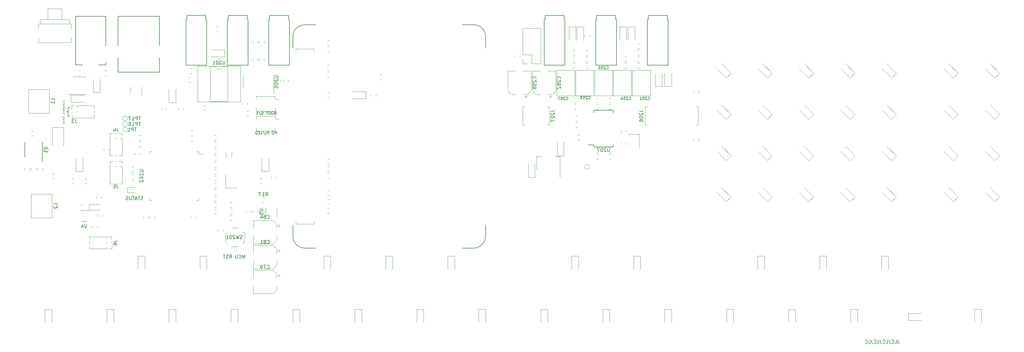
<source format=gbr>
G04 #@! TF.GenerationSoftware,KiCad,Pcbnew,5.1.6*
G04 #@! TF.CreationDate,2020-11-05T21:06:24+01:00*
G04 #@! TF.ProjectId,OTTOdiy_SMD,4f54544f-6469-4795-9f53-4d442e6b6963,rev?*
G04 #@! TF.SameCoordinates,Original*
G04 #@! TF.FileFunction,Legend,Bot*
G04 #@! TF.FilePolarity,Positive*
%FSLAX46Y46*%
G04 Gerber Fmt 4.6, Leading zero omitted, Abs format (unit mm)*
G04 Created by KiCad (PCBNEW 5.1.6) date 2020-11-05 21:06:24*
%MOMM*%
%LPD*%
G01*
G04 APERTURE LIST*
%ADD10C,0.150000*%
%ADD11C,0.120000*%
G04 APERTURE END LIST*
D10*
X31964000Y-36415000D02*
X31456000Y-36415000D01*
D11*
X30191666Y-33215000D02*
X30691666Y-33215000D01*
X30791666Y-33181666D01*
X30858333Y-33115000D01*
X30891666Y-33015000D01*
X30891666Y-32948333D01*
X30425000Y-33848333D02*
X30891666Y-33848333D01*
X30425000Y-33548333D02*
X30791666Y-33548333D01*
X30858333Y-33581666D01*
X30891666Y-33648333D01*
X30891666Y-33748333D01*
X30858333Y-33815000D01*
X30825000Y-33848333D01*
X30891666Y-34181666D02*
X30425000Y-34181666D01*
X30491666Y-34181666D02*
X30458333Y-34215000D01*
X30425000Y-34281666D01*
X30425000Y-34381666D01*
X30458333Y-34448333D01*
X30525000Y-34481666D01*
X30891666Y-34481666D01*
X30525000Y-34481666D02*
X30458333Y-34515000D01*
X30425000Y-34581666D01*
X30425000Y-34681666D01*
X30458333Y-34748333D01*
X30525000Y-34781666D01*
X30891666Y-34781666D01*
X30425000Y-35115000D02*
X31125000Y-35115000D01*
X30458333Y-35115000D02*
X30425000Y-35181666D01*
X30425000Y-35315000D01*
X30458333Y-35381666D01*
X30491666Y-35415000D01*
X30558333Y-35448333D01*
X30758333Y-35448333D01*
X30825000Y-35415000D01*
X30858333Y-35381666D01*
X30891666Y-35315000D01*
X30891666Y-35181666D01*
X30858333Y-35115000D01*
X30858333Y-36015000D02*
X30891666Y-35948333D01*
X30891666Y-35815000D01*
X30858333Y-35748333D01*
X30791666Y-35715000D01*
X30525000Y-35715000D01*
X30458333Y-35748333D01*
X30425000Y-35815000D01*
X30425000Y-35948333D01*
X30458333Y-36015000D01*
X30525000Y-36048333D01*
X30591666Y-36048333D01*
X30658333Y-35715000D01*
X30891666Y-36348333D02*
X30425000Y-36348333D01*
X30558333Y-36348333D02*
X30491666Y-36381666D01*
X30458333Y-36415000D01*
X30425000Y-36481666D01*
X30425000Y-36548333D01*
X30858333Y-36748333D02*
X30891666Y-36815000D01*
X30891666Y-36948333D01*
X30858333Y-37015000D01*
X30791666Y-37048333D01*
X30758333Y-37048333D01*
X30691666Y-37015000D01*
X30658333Y-36948333D01*
X30658333Y-36848333D01*
X30625000Y-36781666D01*
X30558333Y-36748333D01*
X30525000Y-36748333D01*
X30458333Y-36781666D01*
X30425000Y-36848333D01*
X30425000Y-36948333D01*
X30458333Y-37015000D01*
X30891666Y-37881666D02*
X30191666Y-37881666D01*
X30891666Y-38181666D02*
X30525000Y-38181666D01*
X30458333Y-38148333D01*
X30425000Y-38081666D01*
X30425000Y-37981666D01*
X30458333Y-37915000D01*
X30491666Y-37881666D01*
X30858333Y-38781666D02*
X30891666Y-38715000D01*
X30891666Y-38581666D01*
X30858333Y-38515000D01*
X30791666Y-38481666D01*
X30525000Y-38481666D01*
X30458333Y-38515000D01*
X30425000Y-38581666D01*
X30425000Y-38715000D01*
X30458333Y-38781666D01*
X30525000Y-38815000D01*
X30591666Y-38815000D01*
X30658333Y-38481666D01*
X30891666Y-39115000D02*
X30425000Y-39115000D01*
X30558333Y-39115000D02*
X30491666Y-39148333D01*
X30458333Y-39181666D01*
X30425000Y-39248333D01*
X30425000Y-39315000D01*
X30858333Y-39815000D02*
X30891666Y-39748333D01*
X30891666Y-39615000D01*
X30858333Y-39548333D01*
X30791666Y-39515000D01*
X30525000Y-39515000D01*
X30458333Y-39548333D01*
X30425000Y-39615000D01*
X30425000Y-39748333D01*
X30458333Y-39815000D01*
X30525000Y-39848333D01*
X30591666Y-39848333D01*
X30658333Y-39515000D01*
D10*
X31964000Y-35145000D02*
X32472000Y-35145000D01*
X31964000Y-37685000D02*
X31964000Y-35145000D01*
X32472000Y-37685000D02*
X31964000Y-37685000D01*
X273040047Y-102831380D02*
X273040047Y-103545666D01*
X273087666Y-103688523D01*
X273182904Y-103783761D01*
X273325761Y-103831380D01*
X273421000Y-103831380D01*
X272087666Y-103831380D02*
X272563857Y-103831380D01*
X272563857Y-102831380D01*
X271182904Y-103736142D02*
X271230523Y-103783761D01*
X271373380Y-103831380D01*
X271468619Y-103831380D01*
X271611476Y-103783761D01*
X271706714Y-103688523D01*
X271754333Y-103593285D01*
X271801952Y-103402809D01*
X271801952Y-103259952D01*
X271754333Y-103069476D01*
X271706714Y-102974238D01*
X271611476Y-102879000D01*
X271468619Y-102831380D01*
X271373380Y-102831380D01*
X271230523Y-102879000D01*
X271182904Y-102926619D01*
X270468619Y-102831380D02*
X270468619Y-103545666D01*
X270516238Y-103688523D01*
X270611476Y-103783761D01*
X270754333Y-103831380D01*
X270849571Y-103831380D01*
X269516238Y-103831380D02*
X269992428Y-103831380D01*
X269992428Y-102831380D01*
X268611476Y-103736142D02*
X268659095Y-103783761D01*
X268801952Y-103831380D01*
X268897190Y-103831380D01*
X269040047Y-103783761D01*
X269135285Y-103688523D01*
X269182904Y-103593285D01*
X269230523Y-103402809D01*
X269230523Y-103259952D01*
X269182904Y-103069476D01*
X269135285Y-102974238D01*
X269040047Y-102879000D01*
X268897190Y-102831380D01*
X268801952Y-102831380D01*
X268659095Y-102879000D01*
X268611476Y-102926619D01*
X267897190Y-102831380D02*
X267897190Y-103545666D01*
X267944809Y-103688523D01*
X268040047Y-103783761D01*
X268182904Y-103831380D01*
X268278142Y-103831380D01*
X266944809Y-103831380D02*
X267421000Y-103831380D01*
X267421000Y-102831380D01*
X266040047Y-103736142D02*
X266087666Y-103783761D01*
X266230523Y-103831380D01*
X266325761Y-103831380D01*
X266468619Y-103783761D01*
X266563857Y-103688523D01*
X266611476Y-103593285D01*
X266659095Y-103402809D01*
X266659095Y-103259952D01*
X266611476Y-103069476D01*
X266563857Y-102974238D01*
X266468619Y-102879000D01*
X266325761Y-102831380D01*
X266230523Y-102831380D01*
X266087666Y-102879000D01*
X266040047Y-102926619D01*
X265325761Y-102831380D02*
X265325761Y-103545666D01*
X265373380Y-103688523D01*
X265468619Y-103783761D01*
X265611476Y-103831380D01*
X265706714Y-103831380D01*
X264373380Y-103831380D02*
X264849571Y-103831380D01*
X264849571Y-102831380D01*
X263468619Y-103736142D02*
X263516238Y-103783761D01*
X263659095Y-103831380D01*
X263754333Y-103831380D01*
X263897190Y-103783761D01*
X263992428Y-103688523D01*
X264040047Y-103593285D01*
X264087666Y-103402809D01*
X264087666Y-103259952D01*
X264040047Y-103069476D01*
X263992428Y-102974238D01*
X263897190Y-102879000D01*
X263754333Y-102831380D01*
X263659095Y-102831380D01*
X263516238Y-102879000D01*
X263468619Y-102926619D01*
X92478571Y-42961904D02*
X92478571Y-42161904D01*
X92173809Y-42161904D01*
X92097619Y-42200000D01*
X92059523Y-42238095D01*
X92021428Y-42314285D01*
X92021428Y-42428571D01*
X92059523Y-42504761D01*
X92097619Y-42542857D01*
X92173809Y-42580952D01*
X92478571Y-42580952D01*
X91526190Y-42161904D02*
X91373809Y-42161904D01*
X91297619Y-42200000D01*
X91221428Y-42276190D01*
X91183333Y-42428571D01*
X91183333Y-42695238D01*
X91221428Y-42847619D01*
X91297619Y-42923809D01*
X91373809Y-42961904D01*
X91526190Y-42961904D01*
X91602380Y-42923809D01*
X91678571Y-42847619D01*
X91716666Y-42695238D01*
X91716666Y-42428571D01*
X91678571Y-42276190D01*
X91602380Y-42200000D01*
X91526190Y-42161904D01*
X90230952Y-42961904D02*
X90230952Y-42161904D01*
X89926190Y-42161904D01*
X89850000Y-42200000D01*
X89811904Y-42238095D01*
X89773809Y-42314285D01*
X89773809Y-42428571D01*
X89811904Y-42504761D01*
X89850000Y-42542857D01*
X89926190Y-42580952D01*
X90230952Y-42580952D01*
X89430952Y-42961904D02*
X89430952Y-42161904D01*
X88478571Y-42123809D02*
X89164285Y-43152380D01*
X87830952Y-42961904D02*
X88211904Y-42961904D01*
X88211904Y-42161904D01*
X87564285Y-42542857D02*
X87297619Y-42542857D01*
X87183333Y-42961904D02*
X87564285Y-42961904D01*
X87564285Y-42161904D01*
X87183333Y-42161904D01*
X86840476Y-42961904D02*
X86840476Y-42161904D01*
X86650000Y-42161904D01*
X86535714Y-42200000D01*
X86459523Y-42276190D01*
X86421428Y-42352380D01*
X86383333Y-42504761D01*
X86383333Y-42619047D01*
X86421428Y-42771428D01*
X86459523Y-42847619D01*
X86535714Y-42923809D01*
X86650000Y-42961904D01*
X86840476Y-42961904D01*
X92021428Y-36792857D02*
X91907142Y-36830952D01*
X91869047Y-36869047D01*
X91830952Y-36945238D01*
X91830952Y-37059523D01*
X91869047Y-37135714D01*
X91907142Y-37173809D01*
X91983333Y-37211904D01*
X92288095Y-37211904D01*
X92288095Y-36411904D01*
X92021428Y-36411904D01*
X91945238Y-36450000D01*
X91907142Y-36488095D01*
X91869047Y-36564285D01*
X91869047Y-36640476D01*
X91907142Y-36716666D01*
X91945238Y-36754761D01*
X92021428Y-36792857D01*
X92288095Y-36792857D01*
X91335714Y-36411904D02*
X91183333Y-36411904D01*
X91107142Y-36450000D01*
X91030952Y-36526190D01*
X90992857Y-36678571D01*
X90992857Y-36945238D01*
X91030952Y-37097619D01*
X91107142Y-37173809D01*
X91183333Y-37211904D01*
X91335714Y-37211904D01*
X91411904Y-37173809D01*
X91488095Y-37097619D01*
X91526190Y-36945238D01*
X91526190Y-36678571D01*
X91488095Y-36526190D01*
X91411904Y-36450000D01*
X91335714Y-36411904D01*
X90497619Y-36411904D02*
X90345238Y-36411904D01*
X90269047Y-36450000D01*
X90192857Y-36526190D01*
X90154761Y-36678571D01*
X90154761Y-36945238D01*
X90192857Y-37097619D01*
X90269047Y-37173809D01*
X90345238Y-37211904D01*
X90497619Y-37211904D01*
X90573809Y-37173809D01*
X90650000Y-37097619D01*
X90688095Y-36945238D01*
X90688095Y-36678571D01*
X90650000Y-36526190D01*
X90573809Y-36450000D01*
X90497619Y-36411904D01*
X89926190Y-36411904D02*
X89469047Y-36411904D01*
X89697619Y-37211904D02*
X89697619Y-36411904D01*
X88440476Y-36411904D02*
X88364285Y-36411904D01*
X88288095Y-36450000D01*
X88250000Y-36488095D01*
X88211904Y-36564285D01*
X88173809Y-36716666D01*
X88173809Y-36907142D01*
X88211904Y-37059523D01*
X88250000Y-37135714D01*
X88288095Y-37173809D01*
X88364285Y-37211904D01*
X88440476Y-37211904D01*
X88516666Y-37173809D01*
X88554761Y-37135714D01*
X88592857Y-37059523D01*
X88630952Y-36907142D01*
X88630952Y-36716666D01*
X88592857Y-36564285D01*
X88554761Y-36488095D01*
X88516666Y-36450000D01*
X88440476Y-36411904D01*
X87259523Y-36373809D02*
X87945238Y-37402380D01*
X86573809Y-37211904D02*
X87030952Y-37211904D01*
X86802380Y-37211904D02*
X86802380Y-36411904D01*
X86878571Y-36526190D01*
X86954761Y-36602380D01*
X87030952Y-36640476D01*
X53676190Y-62004761D02*
X53533333Y-62052380D01*
X53295238Y-62052380D01*
X53200000Y-62004761D01*
X53152380Y-61957142D01*
X53104761Y-61861904D01*
X53104761Y-61766666D01*
X53152380Y-61671428D01*
X53200000Y-61623809D01*
X53295238Y-61576190D01*
X53485714Y-61528571D01*
X53580952Y-61480952D01*
X53628571Y-61433333D01*
X53676190Y-61338095D01*
X53676190Y-61242857D01*
X53628571Y-61147619D01*
X53580952Y-61100000D01*
X53485714Y-61052380D01*
X53247619Y-61052380D01*
X53104761Y-61100000D01*
X52819047Y-61052380D02*
X52247619Y-61052380D01*
X52533333Y-62052380D02*
X52533333Y-61052380D01*
X51961904Y-61766666D02*
X51485714Y-61766666D01*
X52057142Y-62052380D02*
X51723809Y-61052380D01*
X51390476Y-62052380D01*
X51200000Y-61052380D02*
X50628571Y-61052380D01*
X50914285Y-62052380D02*
X50914285Y-61052380D01*
X50295238Y-61052380D02*
X50295238Y-61861904D01*
X50247619Y-61957142D01*
X50200000Y-62004761D01*
X50104761Y-62052380D01*
X49914285Y-62052380D01*
X49819047Y-62004761D01*
X49771428Y-61957142D01*
X49723809Y-61861904D01*
X49723809Y-61052380D01*
X49295238Y-62004761D02*
X49152380Y-62052380D01*
X48914285Y-62052380D01*
X48819047Y-62004761D01*
X48771428Y-61957142D01*
X48723809Y-61861904D01*
X48723809Y-61766666D01*
X48771428Y-61671428D01*
X48819047Y-61623809D01*
X48914285Y-61576190D01*
X49104761Y-61528571D01*
X49200000Y-61480952D01*
X49247619Y-61433333D01*
X49295238Y-61338095D01*
X49295238Y-61242857D01*
X49247619Y-61147619D01*
X49200000Y-61100000D01*
X49104761Y-61052380D01*
X48866666Y-61052380D01*
X48723809Y-61100000D01*
X83295238Y-79052380D02*
X83295238Y-78052380D01*
X82961904Y-78766666D01*
X82628571Y-78052380D01*
X82628571Y-79052380D01*
X81580952Y-78957142D02*
X81628571Y-79004761D01*
X81771428Y-79052380D01*
X81866666Y-79052380D01*
X82009523Y-79004761D01*
X82104761Y-78909523D01*
X82152380Y-78814285D01*
X82200000Y-78623809D01*
X82200000Y-78480952D01*
X82152380Y-78290476D01*
X82104761Y-78195238D01*
X82009523Y-78100000D01*
X81866666Y-78052380D01*
X81771428Y-78052380D01*
X81628571Y-78100000D01*
X81580952Y-78147619D01*
X81152380Y-78052380D02*
X81152380Y-78861904D01*
X81104761Y-78957142D01*
X81057142Y-79004761D01*
X80961904Y-79052380D01*
X80771428Y-79052380D01*
X80676190Y-79004761D01*
X80628571Y-78957142D01*
X80580952Y-78861904D01*
X80580952Y-78052380D01*
X78771428Y-79052380D02*
X79104761Y-78576190D01*
X79342857Y-79052380D02*
X79342857Y-78052380D01*
X78961904Y-78052380D01*
X78866666Y-78100000D01*
X78819047Y-78147619D01*
X78771428Y-78242857D01*
X78771428Y-78385714D01*
X78819047Y-78480952D01*
X78866666Y-78528571D01*
X78961904Y-78576190D01*
X79342857Y-78576190D01*
X78390476Y-79004761D02*
X78247619Y-79052380D01*
X78009523Y-79052380D01*
X77914285Y-79004761D01*
X77866666Y-78957142D01*
X77819047Y-78861904D01*
X77819047Y-78766666D01*
X77866666Y-78671428D01*
X77914285Y-78623809D01*
X78009523Y-78576190D01*
X78200000Y-78528571D01*
X78295238Y-78480952D01*
X78342857Y-78433333D01*
X78390476Y-78338095D01*
X78390476Y-78242857D01*
X78342857Y-78147619D01*
X78295238Y-78100000D01*
X78200000Y-78052380D01*
X77961904Y-78052380D01*
X77819047Y-78100000D01*
X77533333Y-78052380D02*
X76961904Y-78052380D01*
X77247619Y-79052380D02*
X77247619Y-78052380D01*
D11*
X21220000Y-67350000D02*
X27220000Y-67350000D01*
X21220000Y-60350000D02*
X21220000Y-67350000D01*
X27220000Y-60350000D02*
X21220000Y-60350000D01*
X27220000Y-67350000D02*
X27220000Y-60350000D01*
X20470000Y-36850000D02*
X26470000Y-36850000D01*
X20470000Y-29850000D02*
X20470000Y-36850000D01*
X26470000Y-29850000D02*
X20470000Y-29850000D01*
X26470000Y-36850000D02*
X26470000Y-29850000D01*
D10*
X24477400Y-49545200D02*
X24427400Y-49545200D01*
X24477400Y-45395200D02*
X24332400Y-45395200D01*
X19327400Y-45395200D02*
X19472400Y-45395200D01*
X19327400Y-49545200D02*
X19472400Y-49545200D01*
X24477400Y-49545200D02*
X24477400Y-45395200D01*
X19327400Y-49545200D02*
X19327400Y-45395200D01*
X24427400Y-49545200D02*
X24427400Y-50945200D01*
D11*
X174065000Y-49247500D02*
X174065000Y-45162500D01*
X175935000Y-49247500D02*
X174065000Y-49247500D01*
X175935000Y-45162500D02*
X175935000Y-49247500D01*
X165665000Y-55547500D02*
X165665000Y-51462500D01*
X167535000Y-55547500D02*
X165665000Y-55547500D01*
X167535000Y-51462500D02*
X167535000Y-55547500D01*
X172379250Y-32033750D02*
X171591750Y-32033750D01*
X171985500Y-32427500D02*
X171985500Y-31640000D01*
X167792437Y-31400000D02*
X166728000Y-30335563D01*
X172483563Y-31400000D02*
X173548000Y-30335563D01*
X172483563Y-31400000D02*
X171198000Y-31400000D01*
X167792437Y-31400000D02*
X169078000Y-31400000D01*
X166728000Y-30335563D02*
X166728000Y-24580000D01*
X173548000Y-30335563D02*
X173548000Y-24580000D01*
X173548000Y-24580000D02*
X171198000Y-24580000D01*
X166728000Y-24580000D02*
X169078000Y-24580000D01*
X165267250Y-32033750D02*
X164479750Y-32033750D01*
X164873500Y-32427500D02*
X164873500Y-31640000D01*
X160680437Y-31400000D02*
X159616000Y-30335563D01*
X165371563Y-31400000D02*
X166436000Y-30335563D01*
X165371563Y-31400000D02*
X164086000Y-31400000D01*
X160680437Y-31400000D02*
X161966000Y-31400000D01*
X159616000Y-30335563D02*
X159616000Y-24580000D01*
X166436000Y-30335563D02*
X166436000Y-24580000D01*
X166436000Y-24580000D02*
X164086000Y-24580000D01*
X159616000Y-24580000D02*
X161966000Y-24580000D01*
X93143750Y-69208750D02*
X93143750Y-69996250D01*
X93537500Y-69602500D02*
X92750000Y-69602500D01*
X92510000Y-73795563D02*
X91445563Y-74860000D01*
X92510000Y-69104437D02*
X91445563Y-68040000D01*
X92510000Y-69104437D02*
X92510000Y-70390000D01*
X92510000Y-73795563D02*
X92510000Y-72510000D01*
X91445563Y-74860000D02*
X85690000Y-74860000D01*
X91445563Y-68040000D02*
X85690000Y-68040000D01*
X85690000Y-68040000D02*
X85690000Y-70390000D01*
X85690000Y-74860000D02*
X85690000Y-72510000D01*
X93143750Y-76458750D02*
X93143750Y-77246250D01*
X93537500Y-76852500D02*
X92750000Y-76852500D01*
X92510000Y-81045563D02*
X91445563Y-82110000D01*
X92510000Y-76354437D02*
X91445563Y-75290000D01*
X92510000Y-76354437D02*
X92510000Y-77640000D01*
X92510000Y-81045563D02*
X92510000Y-79760000D01*
X91445563Y-82110000D02*
X85690000Y-82110000D01*
X91445563Y-75290000D02*
X85690000Y-75290000D01*
X85690000Y-75290000D02*
X85690000Y-77640000D01*
X85690000Y-82110000D02*
X85690000Y-79760000D01*
X93143750Y-83708750D02*
X93143750Y-84496250D01*
X93537500Y-84102500D02*
X92750000Y-84102500D01*
X92510000Y-88295563D02*
X91445563Y-89360000D01*
X92510000Y-83604437D02*
X91445563Y-82540000D01*
X92510000Y-83604437D02*
X92510000Y-84890000D01*
X92510000Y-88295563D02*
X92510000Y-87010000D01*
X91445563Y-89360000D02*
X85690000Y-89360000D01*
X91445563Y-82540000D02*
X85690000Y-82540000D01*
X85690000Y-82540000D02*
X85690000Y-84890000D01*
X85690000Y-89360000D02*
X85690000Y-87010000D01*
X76750000Y-23185000D02*
X78285000Y-23185000D01*
X78285000Y-23185000D02*
X78285000Y-33465000D01*
X78285000Y-33465000D02*
X73215000Y-33465000D01*
X73215000Y-33465000D02*
X73215000Y-23185000D01*
X73215000Y-23185000D02*
X74750000Y-23185000D01*
X81985000Y-23125000D02*
X81985000Y-33525000D01*
X81985000Y-33525000D02*
X69515000Y-33525000D01*
X69515000Y-33525000D02*
X69515000Y-23125000D01*
X69515000Y-23125000D02*
X81985000Y-23125000D01*
X74750000Y-23185000D02*
G75*
G03*
X76750000Y-23185000I1000000J0D01*
G01*
X27320000Y-40950000D02*
X30620000Y-40950000D01*
X30620000Y-40950000D02*
X30620000Y-46350000D01*
X27320000Y-40950000D02*
X27320000Y-46350000D01*
X19292400Y-52833948D02*
X19292400Y-53356452D01*
X20712400Y-52833948D02*
X20712400Y-53356452D01*
X24512400Y-53356452D02*
X24512400Y-52833948D01*
X23092400Y-53356452D02*
X23092400Y-52833948D01*
X21241148Y-43480200D02*
X21763652Y-43480200D01*
X21241148Y-42060200D02*
X21763652Y-42060200D01*
X21192400Y-52833948D02*
X21192400Y-53356452D01*
X22612400Y-52833948D02*
X22612400Y-53356452D01*
X24866800Y-47250348D02*
X24866800Y-47772852D01*
X26286800Y-47250348D02*
X26286800Y-47772852D01*
D10*
X100700000Y-11100000D02*
X103950000Y-11100000D01*
X146450000Y-11100000D02*
X149700000Y-11100000D01*
X153200000Y-17850000D02*
X153200000Y-14600000D01*
X153200000Y-72600000D02*
X153200000Y-69350000D01*
X100700000Y-76100000D02*
X103950000Y-76100000D01*
X146450000Y-76100000D02*
X149700000Y-76100000D01*
X97200000Y-17850000D02*
X97200000Y-14600000D01*
X97200000Y-72600000D02*
X97200000Y-69350000D01*
D11*
X103350000Y-18790000D02*
X103350000Y-18090000D01*
X103350000Y-18090000D02*
X98050000Y-18090000D01*
X98050000Y-18090000D02*
X98050000Y-18790000D01*
X103350000Y-68410000D02*
X103350000Y-69110000D01*
X103350000Y-69110000D02*
X98050000Y-69110000D01*
X98050000Y-69110000D02*
X98050000Y-68410000D01*
D10*
X153200000Y-72600000D02*
G75*
G02*
X149700000Y-76100000I-3500000J0D01*
G01*
X100700000Y-76100000D02*
G75*
G02*
X97200000Y-72600000I0J3500000D01*
G01*
X97200000Y-14600000D02*
G75*
G02*
X100700000Y-11100000I3500000J0D01*
G01*
X149700000Y-11100000D02*
G75*
G02*
X153200000Y-14600000I0J-3500000D01*
G01*
D11*
X179679000Y-11693000D02*
X181679000Y-11693000D01*
X181679000Y-11693000D02*
X181679000Y-15543000D01*
X179679000Y-11693000D02*
X179679000Y-15543000D01*
X38125000Y-76330000D02*
X38125000Y-75507530D01*
X38125000Y-73622470D02*
X38125000Y-72800000D01*
X38125000Y-74892470D02*
X38125000Y-74237530D01*
X43140000Y-76330000D02*
X38125000Y-76330000D01*
X44595000Y-72800000D02*
X38125000Y-72800000D01*
X43140000Y-76330000D02*
X43140000Y-75763471D01*
X43140000Y-74636529D02*
X43140000Y-74493471D01*
X43193471Y-74440000D02*
X43336529Y-74440000D01*
X44463471Y-74440000D02*
X44595000Y-74440000D01*
X44595000Y-74440000D02*
X44595000Y-74237530D01*
X44595000Y-73622470D02*
X44595000Y-72800000D01*
X43900000Y-76330000D02*
X44660000Y-76330000D01*
X44660000Y-76330000D02*
X44660000Y-75200000D01*
X42290000Y-47138748D02*
X42290000Y-47661252D01*
X43710000Y-47138748D02*
X43710000Y-47661252D01*
X47600000Y-57375000D02*
X46777530Y-57375000D01*
X44892470Y-57375000D02*
X44070000Y-57375000D01*
X46162470Y-57375000D02*
X45507530Y-57375000D01*
X47600000Y-52360000D02*
X47600000Y-57375000D01*
X44070000Y-50905000D02*
X44070000Y-57375000D01*
X47600000Y-52360000D02*
X47033471Y-52360000D01*
X45906529Y-52360000D02*
X45763471Y-52360000D01*
X45710000Y-52306529D02*
X45710000Y-52163471D01*
X45710000Y-51036529D02*
X45710000Y-50905000D01*
X45710000Y-50905000D02*
X45507530Y-50905000D01*
X44892470Y-50905000D02*
X44070000Y-50905000D01*
X47600000Y-51600000D02*
X47600000Y-50840000D01*
X47600000Y-50840000D02*
X46470000Y-50840000D01*
X39525000Y-34650000D02*
X39525000Y-35472470D01*
X39525000Y-37357530D02*
X39525000Y-38180000D01*
X39525000Y-36087530D02*
X39525000Y-36742470D01*
X34510000Y-34650000D02*
X39525000Y-34650000D01*
X33055000Y-38180000D02*
X39525000Y-38180000D01*
X34510000Y-34650000D02*
X34510000Y-35216529D01*
X34510000Y-36343471D02*
X34510000Y-36486529D01*
X34456529Y-36540000D02*
X34313471Y-36540000D01*
X33186529Y-36540000D02*
X33055000Y-36540000D01*
X33055000Y-36540000D02*
X33055000Y-36742470D01*
X33055000Y-37357530D02*
X33055000Y-38180000D01*
X33750000Y-34650000D02*
X32990000Y-34650000D01*
X32990000Y-34650000D02*
X32990000Y-35780000D01*
X47600000Y-49175000D02*
X46777530Y-49175000D01*
X44892470Y-49175000D02*
X44070000Y-49175000D01*
X46162470Y-49175000D02*
X45507530Y-49175000D01*
X47600000Y-44160000D02*
X47600000Y-49175000D01*
X44070000Y-42705000D02*
X44070000Y-49175000D01*
X47600000Y-44160000D02*
X47033471Y-44160000D01*
X45906529Y-44160000D02*
X45763471Y-44160000D01*
X45710000Y-44106529D02*
X45710000Y-43963471D01*
X45710000Y-42836529D02*
X45710000Y-42705000D01*
X45710000Y-42705000D02*
X45507530Y-42705000D01*
X44892470Y-42705000D02*
X44070000Y-42705000D01*
X47600000Y-43400000D02*
X47600000Y-42640000D01*
X47600000Y-42640000D02*
X46470000Y-42640000D01*
X42538748Y-25860000D02*
X43061252Y-25860000D01*
X42538748Y-24440000D02*
X43061252Y-24440000D01*
X23320000Y-16300000D02*
X32820000Y-16300000D01*
X23320000Y-16300000D02*
X23320000Y-14790000D01*
X32820000Y-16300000D02*
X32820000Y-14790000D01*
X32820000Y-10800000D02*
X23320000Y-10800000D01*
X23320000Y-10800000D02*
X23320000Y-12310000D01*
X32820000Y-10800000D02*
X32820000Y-12310000D01*
X26070000Y-9550000D02*
X26070000Y-6400000D01*
X30070000Y-9550000D02*
X30070000Y-6400000D01*
X26070000Y-6400000D02*
X30070000Y-6400000D01*
X23820000Y-9600000D02*
X32320000Y-9600000D01*
X32320000Y-9600000D02*
X32320000Y-10750000D01*
X23820000Y-9600000D02*
X23820000Y-10750000D01*
X38990000Y-69688748D02*
X38990000Y-70211252D01*
X40410000Y-69688748D02*
X40410000Y-70211252D01*
X71761252Y-34540000D02*
X71238748Y-34540000D01*
X71761252Y-35960000D02*
X71238748Y-35960000D01*
D10*
X184575000Y-46050000D02*
X182975000Y-46050000D01*
X184575000Y-35975000D02*
X190325000Y-35975000D01*
X184575000Y-46625000D02*
X190325000Y-46625000D01*
X184575000Y-35975000D02*
X184575000Y-36625000D01*
X190325000Y-35975000D02*
X190325000Y-36625000D01*
X190325000Y-46625000D02*
X190325000Y-45975000D01*
X184575000Y-46625000D02*
X184575000Y-46050000D01*
D11*
X35695000Y-65190000D02*
X38125000Y-65190000D01*
X37455000Y-68260000D02*
X35695000Y-68260000D01*
X82765000Y-27700000D02*
X82765000Y-25750000D01*
X82765000Y-27700000D02*
X82765000Y-29650000D01*
X91635000Y-27700000D02*
X91635000Y-25750000D01*
X91635000Y-27700000D02*
X91635000Y-31150000D01*
X53310000Y-29200000D02*
X53310000Y-31650000D01*
X50090000Y-31000000D02*
X50090000Y-29200000D01*
X35200000Y-26240000D02*
X37150000Y-26240000D01*
X35200000Y-26240000D02*
X33250000Y-26240000D01*
X35200000Y-31360000D02*
X37150000Y-31360000D01*
X35200000Y-31360000D02*
X31750000Y-31360000D01*
X69810000Y-48690000D02*
X71175000Y-48690000D01*
X69810000Y-47990000D02*
X69810000Y-48690000D01*
X69110000Y-47990000D02*
X69810000Y-47990000D01*
X55590000Y-47990000D02*
X55590000Y-48690000D01*
X56290000Y-47990000D02*
X55590000Y-47990000D01*
X69810000Y-62210000D02*
X69810000Y-61510000D01*
X69110000Y-62210000D02*
X69810000Y-62210000D01*
X55590000Y-62210000D02*
X55590000Y-61510000D01*
X56290000Y-62210000D02*
X55590000Y-62210000D01*
X92610000Y-64600000D02*
X92610000Y-67050000D01*
X89390000Y-66400000D02*
X89390000Y-64600000D01*
X167990000Y-49490000D02*
X169250000Y-49490000D01*
X174810000Y-49490000D02*
X173550000Y-49490000D01*
X167990000Y-53250000D02*
X167990000Y-49490000D01*
X174810000Y-55500000D02*
X174810000Y-49490000D01*
D10*
X90450000Y-9600000D02*
X90200000Y-9600000D01*
X90450000Y-8400000D02*
X90450000Y-9600000D01*
X95950000Y-8400000D02*
X90450000Y-8400000D01*
X95950000Y-9600000D02*
X95950000Y-8400000D01*
X96200000Y-9600000D02*
X95950000Y-9600000D01*
X96200000Y-22900000D02*
X96200000Y-9600000D01*
X90200000Y-22900000D02*
X96200000Y-22900000D01*
X90200000Y-9600000D02*
X90200000Y-22900000D01*
X170450000Y-9600000D02*
X170200000Y-9600000D01*
X170450000Y-8400000D02*
X170450000Y-9600000D01*
X175950000Y-8400000D02*
X170450000Y-8400000D01*
X175950000Y-9600000D02*
X175950000Y-8400000D01*
X176200000Y-9600000D02*
X175950000Y-9600000D01*
X176200000Y-22900000D02*
X176200000Y-9600000D01*
X170200000Y-22900000D02*
X176200000Y-22900000D01*
X170200000Y-9600000D02*
X170200000Y-22900000D01*
X185450000Y-9600000D02*
X185200000Y-9600000D01*
X185450000Y-8400000D02*
X185450000Y-9600000D01*
X190950000Y-8400000D02*
X185450000Y-8400000D01*
X190950000Y-9600000D02*
X190950000Y-8400000D01*
X191200000Y-9600000D02*
X190950000Y-9600000D01*
X191200000Y-22900000D02*
X191200000Y-9600000D01*
X185200000Y-22900000D02*
X191200000Y-22900000D01*
X185200000Y-9600000D02*
X185200000Y-22900000D01*
X200450000Y-9600000D02*
X200200000Y-9600000D01*
X200450000Y-8400000D02*
X200450000Y-9600000D01*
X205950000Y-8400000D02*
X200450000Y-8400000D01*
X205950000Y-9600000D02*
X205950000Y-8400000D01*
X206200000Y-9600000D02*
X205950000Y-9600000D01*
X206200000Y-22900000D02*
X206200000Y-9600000D01*
X200200000Y-22900000D02*
X206200000Y-22900000D01*
X200200000Y-9600000D02*
X200200000Y-22900000D01*
X66450000Y-9600000D02*
X66200000Y-9600000D01*
X66450000Y-8400000D02*
X66450000Y-9600000D01*
X71950000Y-8400000D02*
X66450000Y-8400000D01*
X71950000Y-9600000D02*
X71950000Y-8400000D01*
X72200000Y-9600000D02*
X71950000Y-9600000D01*
X72200000Y-22900000D02*
X72200000Y-9600000D01*
X66200000Y-22900000D02*
X72200000Y-22900000D01*
X66200000Y-9600000D02*
X66200000Y-22900000D01*
X78450000Y-9600000D02*
X78200000Y-9600000D01*
X78450000Y-8400000D02*
X78450000Y-9600000D01*
X83950000Y-8400000D02*
X78450000Y-8400000D01*
X83950000Y-9600000D02*
X83950000Y-8400000D01*
X84200000Y-9600000D02*
X83950000Y-9600000D01*
X84200000Y-22900000D02*
X84200000Y-9600000D01*
X78200000Y-22900000D02*
X84200000Y-22900000D01*
X78200000Y-9600000D02*
X78200000Y-22900000D01*
D11*
X88911252Y-61390000D02*
X88388748Y-61390000D01*
X88911252Y-62810000D02*
X88388748Y-62810000D01*
X74488748Y-66160000D02*
X75011252Y-66160000D01*
X74488748Y-64740000D02*
X75011252Y-64740000D01*
X177393000Y-11693000D02*
X179393000Y-11693000D01*
X179393000Y-11693000D02*
X179393000Y-15543000D01*
X177393000Y-11693000D02*
X177393000Y-15543000D01*
X192125000Y-11693000D02*
X194125000Y-11693000D01*
X194125000Y-11693000D02*
X194125000Y-15543000D01*
X192125000Y-11693000D02*
X192125000Y-15543000D01*
X194538000Y-11693000D02*
X196538000Y-11693000D01*
X196538000Y-11693000D02*
X196538000Y-15543000D01*
X194538000Y-11693000D02*
X194538000Y-15543000D01*
X204450000Y-29050000D02*
X202450000Y-29050000D01*
X202450000Y-29050000D02*
X202450000Y-25200000D01*
X204450000Y-29050000D02*
X204450000Y-25200000D01*
X207200000Y-29050000D02*
X205200000Y-29050000D01*
X205200000Y-29050000D02*
X205200000Y-25200000D01*
X207200000Y-29050000D02*
X207200000Y-25200000D01*
X40490000Y-66438748D02*
X40490000Y-66961252D01*
X41910000Y-66438748D02*
X41910000Y-66961252D01*
X38075000Y-65025000D02*
X38075000Y-63325000D01*
X38075000Y-63325000D02*
X41225000Y-63325000D01*
X38075000Y-65025000D02*
X41225000Y-65025000D01*
X36136252Y-63490000D02*
X35613748Y-63490000D01*
X36136252Y-64910000D02*
X35613748Y-64910000D01*
X36438748Y-69910000D02*
X36961252Y-69910000D01*
X36438748Y-68490000D02*
X36961252Y-68490000D01*
X194550000Y-43000000D02*
X197850000Y-43000000D01*
X197850000Y-43000000D02*
X197850000Y-47000000D01*
X81000000Y-58600000D02*
X77700000Y-58600000D01*
X77700000Y-58600000D02*
X77700000Y-54600000D01*
X107238748Y-17060000D02*
X107761252Y-17060000D01*
X107238748Y-15640000D02*
X107761252Y-15640000D01*
X75011252Y-43240000D02*
X74488748Y-43240000D01*
X75011252Y-44660000D02*
X74488748Y-44660000D01*
X107238748Y-24310000D02*
X107761252Y-24310000D01*
X107238748Y-22890000D02*
X107761252Y-22890000D01*
X107238748Y-51660000D02*
X107761252Y-51660000D01*
X107238748Y-50240000D02*
X107761252Y-50240000D01*
X107238748Y-18960000D02*
X107761252Y-18960000D01*
X107238748Y-17540000D02*
X107761252Y-17540000D01*
X179938748Y-44660000D02*
X180461252Y-44660000D01*
X179938748Y-43240000D02*
X180461252Y-43240000D01*
X107238748Y-26210000D02*
X107761252Y-26210000D01*
X107238748Y-24790000D02*
X107761252Y-24790000D01*
X107238748Y-53710000D02*
X107761252Y-53710000D01*
X107238748Y-52290000D02*
X107761252Y-52290000D01*
X182001000Y-14021748D02*
X182001000Y-14544252D01*
X183421000Y-14021748D02*
X183421000Y-14544252D01*
X179111252Y-18490000D02*
X178588748Y-18490000D01*
X179111252Y-19910000D02*
X178588748Y-19910000D01*
X161808000Y-19981748D02*
X161808000Y-20504252D01*
X163228000Y-19981748D02*
X163228000Y-20504252D01*
X179461252Y-34240000D02*
X178938748Y-34240000D01*
X179461252Y-35660000D02*
X178938748Y-35660000D01*
X179461252Y-32340000D02*
X178938748Y-32340000D01*
X179461252Y-33760000D02*
X178938748Y-33760000D01*
X182288748Y-23710000D02*
X182811252Y-23710000D01*
X182288748Y-22290000D02*
X182811252Y-22290000D01*
X193588748Y-21810000D02*
X194111252Y-21810000D01*
X193588748Y-20390000D02*
X194111252Y-20390000D01*
X182288748Y-21810000D02*
X182811252Y-21810000D01*
X182288748Y-20390000D02*
X182811252Y-20390000D01*
X197288748Y-19910000D02*
X197811252Y-19910000D01*
X197288748Y-18490000D02*
X197811252Y-18490000D01*
X179111252Y-22290000D02*
X178588748Y-22290000D01*
X179111252Y-23710000D02*
X178588748Y-23710000D01*
X182288748Y-19910000D02*
X182811252Y-19910000D01*
X182288748Y-18490000D02*
X182811252Y-18490000D01*
X197811252Y-20390000D02*
X197288748Y-20390000D01*
X197811252Y-21810000D02*
X197288748Y-21810000D01*
X197288748Y-18010000D02*
X197811252Y-18010000D01*
X197288748Y-16590000D02*
X197811252Y-16590000D01*
X75961252Y-21040000D02*
X75438748Y-21040000D01*
X75961252Y-22460000D02*
X75438748Y-22460000D01*
X67411252Y-26440000D02*
X66888748Y-26440000D01*
X67411252Y-27860000D02*
X66888748Y-27860000D01*
X88860000Y-16461252D02*
X88860000Y-15938748D01*
X87440000Y-16461252D02*
X87440000Y-15938748D01*
X86960000Y-16461252D02*
X86960000Y-15938748D01*
X85540000Y-16461252D02*
X85540000Y-15938748D01*
X85540000Y-20888748D02*
X85540000Y-21411252D01*
X86960000Y-20888748D02*
X86960000Y-21411252D01*
X88860000Y-21411252D02*
X88860000Y-20888748D01*
X87440000Y-21411252D02*
X87440000Y-20888748D01*
X50388748Y-55960000D02*
X50911252Y-55960000D01*
X50388748Y-54540000D02*
X50911252Y-54540000D01*
X50911252Y-52490000D02*
X50388748Y-52490000D01*
X50911252Y-53910000D02*
X50388748Y-53910000D01*
X107761252Y-64490000D02*
X107238748Y-64490000D01*
X107761252Y-65910000D02*
X107238748Y-65910000D01*
X83888748Y-37660000D02*
X84411252Y-37660000D01*
X83888748Y-36240000D02*
X84411252Y-36240000D01*
X83960000Y-34411252D02*
X83960000Y-33888748D01*
X82540000Y-34411252D02*
X82540000Y-33888748D01*
X107761252Y-61940000D02*
X107238748Y-61940000D01*
X107761252Y-63360000D02*
X107238748Y-63360000D01*
X27408748Y-55910000D02*
X27931252Y-55910000D01*
X27408748Y-54490000D02*
X27931252Y-54490000D01*
X85060000Y-65711252D02*
X85060000Y-65188748D01*
X83640000Y-65711252D02*
X83640000Y-65188748D01*
X79511252Y-62840000D02*
X78988748Y-62840000D01*
X79511252Y-64260000D02*
X78988748Y-64260000D01*
X79511252Y-64740000D02*
X78988748Y-64740000D01*
X79511252Y-66160000D02*
X78988748Y-66160000D01*
X50911252Y-56590000D02*
X50388748Y-56590000D01*
X50911252Y-58010000D02*
X50388748Y-58010000D01*
X107238748Y-55760000D02*
X107761252Y-55760000D01*
X107238748Y-54340000D02*
X107761252Y-54340000D01*
X86960000Y-65711252D02*
X86960000Y-65188748D01*
X85540000Y-65711252D02*
X85540000Y-65188748D01*
X34958748Y-25810000D02*
X35481252Y-25810000D01*
X34958748Y-24390000D02*
X35481252Y-24390000D01*
X53161252Y-43290000D02*
X52638748Y-43290000D01*
X53161252Y-44710000D02*
X52638748Y-44710000D01*
X75011252Y-57140000D02*
X74488748Y-57140000D01*
X75011252Y-58560000D02*
X74488748Y-58560000D01*
X107761252Y-59390000D02*
X107238748Y-59390000D01*
X107761252Y-60810000D02*
X107238748Y-60810000D01*
X95960000Y-27711252D02*
X95960000Y-27188748D01*
X94540000Y-27711252D02*
X94540000Y-27188748D01*
X107238748Y-32310000D02*
X107761252Y-32310000D01*
X107238748Y-30890000D02*
X107761252Y-30890000D01*
X192590000Y-45438748D02*
X192590000Y-45961252D01*
X194010000Y-45438748D02*
X194010000Y-45961252D01*
X194010000Y-42311252D02*
X194010000Y-41788748D01*
X192590000Y-42311252D02*
X192590000Y-41788748D01*
X189038748Y-33810000D02*
X189561252Y-33810000D01*
X189038748Y-32390000D02*
X189561252Y-32390000D01*
X215110000Y-45011252D02*
X215110000Y-44488748D01*
X213690000Y-45011252D02*
X213690000Y-44488748D01*
X213690000Y-30188748D02*
X213690000Y-30711252D01*
X215110000Y-30188748D02*
X215110000Y-30711252D01*
X178588748Y-21810000D02*
X179111252Y-21810000D01*
X178588748Y-20390000D02*
X179111252Y-20390000D01*
X193588748Y-23710000D02*
X194111252Y-23710000D01*
X193588748Y-22290000D02*
X194111252Y-22290000D01*
X197811252Y-22290000D02*
X197288748Y-22290000D01*
X197811252Y-23710000D02*
X197288748Y-23710000D01*
X179388748Y-39110000D02*
X179911252Y-39110000D01*
X179388748Y-37690000D02*
X179911252Y-37690000D01*
X189611252Y-48790000D02*
X189088748Y-48790000D01*
X189611252Y-50210000D02*
X189088748Y-50210000D01*
X185861252Y-32390000D02*
X185338748Y-32390000D01*
X185861252Y-33810000D02*
X185338748Y-33810000D01*
X185911252Y-48790000D02*
X185388748Y-48790000D01*
X185911252Y-50210000D02*
X185388748Y-50210000D01*
X52710000Y-48961252D02*
X52710000Y-48438748D01*
X51290000Y-48961252D02*
X51290000Y-48438748D01*
X55690000Y-66888748D02*
X55690000Y-67411252D01*
X57110000Y-66888748D02*
X57110000Y-67411252D01*
X74488748Y-64260000D02*
X75011252Y-64260000D01*
X74488748Y-62840000D02*
X75011252Y-62840000D01*
X75011252Y-45140000D02*
X74488748Y-45140000D01*
X75011252Y-46560000D02*
X74488748Y-46560000D01*
X68111252Y-41740000D02*
X67588748Y-41740000D01*
X68111252Y-43160000D02*
X67588748Y-43160000D01*
X74488748Y-56510000D02*
X75011252Y-56510000D01*
X74488748Y-55090000D02*
X75011252Y-55090000D01*
X74488748Y-54610000D02*
X75011252Y-54610000D01*
X74488748Y-53190000D02*
X75011252Y-53190000D01*
X75586252Y-11690000D02*
X75063748Y-11690000D01*
X75586252Y-13110000D02*
X75063748Y-13110000D01*
X74488748Y-50510000D02*
X75011252Y-50510000D01*
X74488748Y-49090000D02*
X75011252Y-49090000D01*
X74488748Y-48610000D02*
X75011252Y-48610000D01*
X74488748Y-47190000D02*
X75011252Y-47190000D01*
X41585000Y-61611252D02*
X41585000Y-61088748D01*
X40165000Y-61611252D02*
X40165000Y-61088748D01*
X87440000Y-65188748D02*
X87440000Y-65711252D01*
X88860000Y-65188748D02*
X88860000Y-65711252D01*
X189561252Y-34290000D02*
X189038748Y-34290000D01*
X189561252Y-35710000D02*
X189038748Y-35710000D01*
X179911252Y-39590000D02*
X179388748Y-39590000D01*
X179911252Y-41010000D02*
X179388748Y-41010000D01*
X185338748Y-35710000D02*
X185861252Y-35710000D01*
X185338748Y-34290000D02*
X185861252Y-34290000D01*
X189088748Y-48310000D02*
X189611252Y-48310000D01*
X189088748Y-46890000D02*
X189611252Y-46890000D01*
X185388748Y-48310000D02*
X185911252Y-48310000D01*
X185388748Y-46890000D02*
X185911252Y-46890000D01*
X93660000Y-27711252D02*
X93660000Y-27188748D01*
X92240000Y-27711252D02*
X92240000Y-27188748D01*
X67413748Y-25235000D02*
X67936252Y-25235000D01*
X67413748Y-23815000D02*
X67936252Y-23815000D01*
X122438748Y-27060000D02*
X122961252Y-27060000D01*
X122438748Y-25640000D02*
X122961252Y-25640000D01*
X121359000Y-31908252D02*
X121359000Y-31385748D01*
X119939000Y-31908252D02*
X119939000Y-31385748D01*
X90990000Y-55388748D02*
X90990000Y-55911252D01*
X92410000Y-55388748D02*
X92410000Y-55911252D01*
X87688748Y-57260000D02*
X88211252Y-57260000D01*
X87688748Y-55840000D02*
X88211252Y-55840000D01*
X63990000Y-35388748D02*
X63990000Y-35911252D01*
X65410000Y-35388748D02*
X65410000Y-35911252D01*
X60410000Y-35911252D02*
X60410000Y-35388748D01*
X58990000Y-35911252D02*
X58990000Y-35388748D01*
X36788748Y-57360000D02*
X37311252Y-57360000D01*
X36788748Y-55940000D02*
X37311252Y-55940000D01*
X33088748Y-57360000D02*
X33611252Y-57360000D01*
X33088748Y-55940000D02*
X33611252Y-55940000D01*
X78988748Y-68060000D02*
X79511252Y-68060000D01*
X78988748Y-66640000D02*
X79511252Y-66640000D01*
X74488748Y-62360000D02*
X75011252Y-62360000D01*
X74488748Y-60940000D02*
X75011252Y-60940000D01*
X68111252Y-43690000D02*
X67588748Y-43690000D01*
X68111252Y-45110000D02*
X67588748Y-45110000D01*
X53161252Y-45190000D02*
X52638748Y-45190000D01*
X53161252Y-46610000D02*
X52638748Y-46610000D01*
X53790000Y-66888748D02*
X53790000Y-67411252D01*
X55210000Y-66888748D02*
X55210000Y-67411252D01*
X67515000Y-66888748D02*
X67515000Y-67411252D01*
X68935000Y-66888748D02*
X68935000Y-67411252D01*
X74488748Y-60460000D02*
X75011252Y-60460000D01*
X74488748Y-59040000D02*
X75011252Y-59040000D01*
X74488748Y-52560000D02*
X75011252Y-52560000D01*
X74488748Y-51140000D02*
X75011252Y-51140000D01*
X76910000Y-71211252D02*
X76910000Y-70688748D01*
X75490000Y-71211252D02*
X75490000Y-70688748D01*
X51450000Y-59935000D02*
X49165000Y-59935000D01*
X49165000Y-59935000D02*
X49165000Y-58465000D01*
X49165000Y-58465000D02*
X51450000Y-58465000D01*
X49200000Y-38400000D02*
G75*
G03*
X49200000Y-38400000I-700000J0D01*
G01*
X49200000Y-40000000D02*
G75*
G03*
X49200000Y-40000000I-700000J0D01*
G01*
X183400000Y-52475000D02*
G75*
G03*
X183400000Y-52475000I-700000J0D01*
G01*
X49200000Y-41600000D02*
G75*
G03*
X49200000Y-41600000I-700000J0D01*
G01*
X92111000Y-42009000D02*
X86590000Y-42009000D01*
X93301000Y-38550000D02*
X92111000Y-38550000D01*
X92111000Y-37691000D02*
X92111000Y-38550000D01*
X92111000Y-37691000D02*
X86590000Y-37691000D01*
X86590000Y-37691000D02*
X86590000Y-38550000D01*
X92111000Y-41150000D02*
X92111000Y-42009000D01*
X86590000Y-41150000D02*
X86590000Y-42009000D01*
X92111000Y-36259000D02*
X86590000Y-36259000D01*
X93301000Y-32800000D02*
X92111000Y-32800000D01*
X92111000Y-31941000D02*
X92111000Y-32800000D01*
X92111000Y-31941000D02*
X86590000Y-31941000D01*
X86590000Y-31941000D02*
X86590000Y-32800000D01*
X92111000Y-35400000D02*
X92111000Y-36259000D01*
X86590000Y-35400000D02*
X86590000Y-36259000D01*
X224462742Y-25198528D02*
X223048528Y-26612742D01*
X223048528Y-26612742D02*
X220326167Y-23890381D01*
X224462742Y-25198528D02*
X221740381Y-22476167D01*
X236462742Y-25198528D02*
X235048528Y-26612742D01*
X235048528Y-26612742D02*
X232326167Y-23890381D01*
X236462742Y-25198528D02*
X233740381Y-22476167D01*
X248462742Y-25198528D02*
X247048528Y-26612742D01*
X247048528Y-26612742D02*
X244326167Y-23890381D01*
X248462742Y-25198528D02*
X245740381Y-22476167D01*
X260462742Y-25198528D02*
X259048528Y-26612742D01*
X259048528Y-26612742D02*
X256326167Y-23890381D01*
X260462742Y-25198528D02*
X257740381Y-22476167D01*
X272462742Y-25198528D02*
X271048528Y-26612742D01*
X271048528Y-26612742D02*
X268326167Y-23890381D01*
X272462742Y-25198528D02*
X269740381Y-22476167D01*
X290462742Y-25198528D02*
X289048528Y-26612742D01*
X289048528Y-26612742D02*
X286326167Y-23890381D01*
X290462742Y-25198528D02*
X287740381Y-22476167D01*
X302462742Y-25198528D02*
X301048528Y-26612742D01*
X301048528Y-26612742D02*
X298326167Y-23890381D01*
X302462742Y-25198528D02*
X299740381Y-22476167D01*
X82700000Y-71275000D02*
X83150000Y-71725000D01*
X82700000Y-74675000D02*
X83150000Y-74225000D01*
X78100000Y-74675000D02*
X77650000Y-74225000D01*
X78100000Y-71275000D02*
X77650000Y-71725000D01*
X79400000Y-75725000D02*
X81400000Y-75725000D01*
X83150000Y-71725000D02*
X83150000Y-74225000D01*
X79400000Y-70225000D02*
X81400000Y-70225000D01*
X77650000Y-71725000D02*
X77650000Y-74225000D01*
X77725000Y-48175000D02*
X77725000Y-49525000D01*
X79475000Y-48175000D02*
X79475000Y-49525000D01*
D10*
X58470000Y-8600000D02*
X58470000Y-17200000D01*
X58470000Y-24900000D02*
X46470000Y-24900000D01*
X46470000Y-17200000D02*
X46470000Y-8600000D01*
X46470000Y-8600000D02*
X58470000Y-8600000D01*
X46470000Y-24900000D02*
X46470000Y-20700000D01*
X58470000Y-24900000D02*
X58470000Y-20700000D01*
D11*
X163990000Y-12140000D02*
X169190000Y-12140000D01*
X163990000Y-19820000D02*
X163990000Y-12140000D01*
X169190000Y-22420000D02*
X169190000Y-12140000D01*
X163990000Y-19820000D02*
X166590000Y-19820000D01*
X166590000Y-19820000D02*
X166590000Y-22420000D01*
X166590000Y-22420000D02*
X169190000Y-22420000D01*
X163990000Y-21090000D02*
X163990000Y-22420000D01*
X163990000Y-22420000D02*
X165320000Y-22420000D01*
X171780000Y-40250000D02*
X171080000Y-40250000D01*
X171780000Y-34950000D02*
X171780000Y-40250000D01*
X171080000Y-34950000D02*
X171780000Y-34950000D01*
X163940000Y-40250000D02*
X164640000Y-40250000D01*
X163940000Y-34950000D02*
X163940000Y-40250000D01*
X164640000Y-34950000D02*
X163940000Y-34950000D01*
X200200000Y-34950000D02*
X199500000Y-34950000D01*
X199500000Y-34950000D02*
X199500000Y-40250000D01*
X199500000Y-40250000D02*
X200200000Y-40250000D01*
X214260000Y-34950000D02*
X214960000Y-34950000D01*
X214960000Y-34950000D02*
X214960000Y-40250000D01*
X214960000Y-40250000D02*
X214260000Y-40250000D01*
D10*
X34070000Y-8600000D02*
X42870000Y-8600000D01*
X42870000Y-22000000D02*
X42870000Y-22800000D01*
X42870000Y-22800000D02*
X40770000Y-22800000D01*
X34070000Y-22800000D02*
X34070000Y-8600000D01*
X34070000Y-22800000D02*
X36170000Y-22800000D01*
X42870000Y-8600000D02*
X42870000Y-17200000D01*
D11*
X77450000Y-18400000D02*
X77450000Y-20400000D01*
X77450000Y-20400000D02*
X73550000Y-20400000D01*
X77450000Y-18400000D02*
X73550000Y-18400000D01*
X118400000Y-30600000D02*
X118400000Y-32600000D01*
X118400000Y-32600000D02*
X114550000Y-32600000D01*
X118400000Y-30600000D02*
X114550000Y-30600000D01*
X63200000Y-33800000D02*
X61200000Y-33800000D01*
X61200000Y-33800000D02*
X61200000Y-29950000D01*
X63200000Y-33800000D02*
X63200000Y-29950000D01*
X90200000Y-53800000D02*
X88200000Y-53800000D01*
X88200000Y-53800000D02*
X88200000Y-49950000D01*
X90200000Y-53800000D02*
X90200000Y-49950000D01*
X36200000Y-53800000D02*
X34200000Y-53800000D01*
X34200000Y-53800000D02*
X34200000Y-49950000D01*
X36200000Y-53800000D02*
X36200000Y-49950000D01*
X32720000Y-33600000D02*
X32720000Y-31600000D01*
X32720000Y-31600000D02*
X36620000Y-31600000D01*
X32720000Y-33600000D02*
X36620000Y-33600000D01*
X41220000Y-30800000D02*
X39220000Y-30800000D01*
X39220000Y-30800000D02*
X39220000Y-26950000D01*
X41220000Y-30800000D02*
X41220000Y-26950000D01*
X302462742Y-37198528D02*
X301048528Y-38612742D01*
X301048528Y-38612742D02*
X298326167Y-35890381D01*
X302462742Y-37198528D02*
X299740381Y-34476167D01*
X290462742Y-37198528D02*
X289048528Y-38612742D01*
X289048528Y-38612742D02*
X286326167Y-35890381D01*
X290462742Y-37198528D02*
X287740381Y-34476167D01*
X272462742Y-37198528D02*
X271048528Y-38612742D01*
X271048528Y-38612742D02*
X268326167Y-35890381D01*
X272462742Y-37198528D02*
X269740381Y-34476167D01*
X260462742Y-37198528D02*
X259048528Y-38612742D01*
X259048528Y-38612742D02*
X256326167Y-35890381D01*
X260462742Y-37198528D02*
X257740381Y-34476167D01*
X248462742Y-37198528D02*
X247048528Y-38612742D01*
X247048528Y-38612742D02*
X244326167Y-35890381D01*
X248462742Y-37198528D02*
X245740381Y-34476167D01*
X236462742Y-37198528D02*
X235048528Y-38612742D01*
X235048528Y-38612742D02*
X232326167Y-35890381D01*
X236462742Y-37198528D02*
X233740381Y-34476167D01*
X224462742Y-37198528D02*
X223048528Y-38612742D01*
X223048528Y-38612742D02*
X220326167Y-35890381D01*
X224462742Y-37198528D02*
X221740381Y-34476167D01*
X302462742Y-49198528D02*
X301048528Y-50612742D01*
X301048528Y-50612742D02*
X298326167Y-47890381D01*
X302462742Y-49198528D02*
X299740381Y-46476167D01*
X290462742Y-49198528D02*
X289048528Y-50612742D01*
X289048528Y-50612742D02*
X286326167Y-47890381D01*
X290462742Y-49198528D02*
X287740381Y-46476167D01*
X272462742Y-49198528D02*
X271048528Y-50612742D01*
X271048528Y-50612742D02*
X268326167Y-47890381D01*
X272462742Y-49198528D02*
X269740381Y-46476167D01*
X260462742Y-49198528D02*
X259048528Y-50612742D01*
X259048528Y-50612742D02*
X256326167Y-47890381D01*
X260462742Y-49198528D02*
X257740381Y-46476167D01*
X248462742Y-49198528D02*
X247048528Y-50612742D01*
X247048528Y-50612742D02*
X244326167Y-47890381D01*
X248462742Y-49198528D02*
X245740381Y-46476167D01*
X236462742Y-49198528D02*
X235048528Y-50612742D01*
X235048528Y-50612742D02*
X232326167Y-47890381D01*
X236462742Y-49198528D02*
X233740381Y-46476167D01*
X224462742Y-49198528D02*
X223048528Y-50612742D01*
X223048528Y-50612742D02*
X220326167Y-47890381D01*
X224462742Y-49198528D02*
X221740381Y-46476167D01*
X302462742Y-61198528D02*
X301048528Y-62612742D01*
X301048528Y-62612742D02*
X298326167Y-59890381D01*
X302462742Y-61198528D02*
X299740381Y-58476167D01*
X290462742Y-61198528D02*
X289048528Y-62612742D01*
X289048528Y-62612742D02*
X286326167Y-59890381D01*
X290462742Y-61198528D02*
X287740381Y-58476167D01*
X272462742Y-61198528D02*
X271048528Y-62612742D01*
X271048528Y-62612742D02*
X268326167Y-59890381D01*
X272462742Y-61198528D02*
X269740381Y-58476167D01*
X260462742Y-61198528D02*
X259048528Y-62612742D01*
X259048528Y-62612742D02*
X256326167Y-59890381D01*
X260462742Y-61198528D02*
X257740381Y-58476167D01*
X248462742Y-61198528D02*
X247048528Y-62612742D01*
X247048528Y-62612742D02*
X244326167Y-59890381D01*
X248462742Y-61198528D02*
X245740381Y-58476167D01*
X236462742Y-61198528D02*
X235048528Y-62612742D01*
X235048528Y-62612742D02*
X232326167Y-59890381D01*
X236462742Y-61198528D02*
X233740381Y-58476167D01*
X224462742Y-61198528D02*
X223048528Y-62612742D01*
X223048528Y-62612742D02*
X220326167Y-59890381D01*
X224462742Y-61198528D02*
X221740381Y-58476167D01*
X268200000Y-78400000D02*
X270200000Y-78400000D01*
X270200000Y-78400000D02*
X270200000Y-82250000D01*
X268200000Y-78400000D02*
X268200000Y-82250000D01*
X250200000Y-78400000D02*
X252200000Y-78400000D01*
X252200000Y-78400000D02*
X252200000Y-82250000D01*
X250200000Y-78400000D02*
X250200000Y-82250000D01*
X232200000Y-78400000D02*
X234200000Y-78400000D01*
X234200000Y-78400000D02*
X234200000Y-82250000D01*
X232200000Y-78400000D02*
X232200000Y-82250000D01*
X196200000Y-78400000D02*
X198200000Y-78400000D01*
X198200000Y-78400000D02*
X198200000Y-82250000D01*
X196200000Y-78400000D02*
X196200000Y-82250000D01*
X178200000Y-78400000D02*
X180200000Y-78400000D01*
X180200000Y-78400000D02*
X180200000Y-82250000D01*
X178200000Y-78400000D02*
X178200000Y-82250000D01*
X142200000Y-78400000D02*
X144200000Y-78400000D01*
X144200000Y-78400000D02*
X144200000Y-82250000D01*
X142200000Y-78400000D02*
X142200000Y-82250000D01*
X124200000Y-78400000D02*
X126200000Y-78400000D01*
X126200000Y-78400000D02*
X126200000Y-82250000D01*
X124200000Y-78400000D02*
X124200000Y-82250000D01*
X106200000Y-78400000D02*
X108200000Y-78400000D01*
X108200000Y-78400000D02*
X108200000Y-82250000D01*
X106200000Y-78400000D02*
X106200000Y-82250000D01*
X70200000Y-78400000D02*
X72200000Y-78400000D01*
X72200000Y-78400000D02*
X72200000Y-82250000D01*
X70200000Y-78400000D02*
X70200000Y-82250000D01*
X52200000Y-78400000D02*
X54200000Y-78400000D01*
X54200000Y-78400000D02*
X54200000Y-82250000D01*
X52200000Y-78400000D02*
X52200000Y-82250000D01*
X295200000Y-93890000D02*
X297200000Y-93890000D01*
X297200000Y-93890000D02*
X297200000Y-97740000D01*
X295200000Y-93890000D02*
X295200000Y-97740000D01*
X276000000Y-97100000D02*
X276000000Y-95100000D01*
X276000000Y-95100000D02*
X279850000Y-95100000D01*
X276000000Y-97100000D02*
X279850000Y-97100000D01*
X259200000Y-93900000D02*
X261200000Y-93900000D01*
X261200000Y-93900000D02*
X261200000Y-97750000D01*
X259200000Y-93900000D02*
X259200000Y-97750000D01*
X241200000Y-93900000D02*
X243200000Y-93900000D01*
X243200000Y-93900000D02*
X243200000Y-97750000D01*
X241200000Y-93900000D02*
X241200000Y-97750000D01*
X223200000Y-93900000D02*
X225200000Y-93900000D01*
X225200000Y-93900000D02*
X225200000Y-97750000D01*
X223200000Y-93900000D02*
X223200000Y-97750000D01*
X205200000Y-93900000D02*
X207200000Y-93900000D01*
X207200000Y-93900000D02*
X207200000Y-97750000D01*
X205200000Y-93900000D02*
X205200000Y-97750000D01*
X187200000Y-93900000D02*
X189200000Y-93900000D01*
X189200000Y-93900000D02*
X189200000Y-97750000D01*
X187200000Y-93900000D02*
X187200000Y-97750000D01*
X169200000Y-93900000D02*
X171200000Y-93900000D01*
X171200000Y-93900000D02*
X171200000Y-97750000D01*
X169200000Y-93900000D02*
X169200000Y-97750000D01*
X151200000Y-93900000D02*
X153200000Y-93900000D01*
X153200000Y-93900000D02*
X153200000Y-97750000D01*
X151200000Y-93900000D02*
X151200000Y-97750000D01*
X133200000Y-93900000D02*
X135200000Y-93900000D01*
X135200000Y-93900000D02*
X135200000Y-97750000D01*
X133200000Y-93900000D02*
X133200000Y-97750000D01*
X115200000Y-93900000D02*
X117200000Y-93900000D01*
X117200000Y-93900000D02*
X117200000Y-97750000D01*
X115200000Y-93900000D02*
X115200000Y-97750000D01*
X97200000Y-93900000D02*
X99200000Y-93900000D01*
X99200000Y-93900000D02*
X99200000Y-97750000D01*
X97200000Y-93900000D02*
X97200000Y-97750000D01*
X79200000Y-93900000D02*
X81200000Y-93900000D01*
X81200000Y-93900000D02*
X81200000Y-97750000D01*
X79200000Y-93900000D02*
X79200000Y-97750000D01*
X61200000Y-93900000D02*
X63200000Y-93900000D01*
X63200000Y-93900000D02*
X63200000Y-97750000D01*
X61200000Y-93900000D02*
X61200000Y-97750000D01*
X43200000Y-93900000D02*
X45200000Y-93900000D01*
X45200000Y-93900000D02*
X45200000Y-97750000D01*
X43200000Y-93900000D02*
X43200000Y-97750000D01*
X25200000Y-93900000D02*
X27200000Y-93900000D01*
X27200000Y-93900000D02*
X27200000Y-97750000D01*
X25200000Y-93900000D02*
X25200000Y-97750000D01*
X179070000Y-24330000D02*
X173830000Y-24330000D01*
X179070000Y-31770000D02*
X173830000Y-31770000D01*
X173830000Y-31770000D02*
X173830000Y-24330000D01*
X179070000Y-31770000D02*
X179070000Y-24330000D01*
X184830000Y-31770000D02*
X190070000Y-31770000D01*
X184830000Y-24330000D02*
X190070000Y-24330000D01*
X190070000Y-24330000D02*
X190070000Y-31770000D01*
X184830000Y-24330000D02*
X184830000Y-31770000D01*
X195570000Y-24330000D02*
X190330000Y-24330000D01*
X195570000Y-31770000D02*
X190330000Y-31770000D01*
X190330000Y-31770000D02*
X190330000Y-24330000D01*
X195570000Y-31770000D02*
X195570000Y-24330000D01*
X179330000Y-31770000D02*
X184570000Y-31770000D01*
X179330000Y-24330000D02*
X184570000Y-24330000D01*
X184570000Y-24330000D02*
X184570000Y-31770000D01*
X179330000Y-24330000D02*
X179330000Y-31770000D01*
X201070000Y-24330000D02*
X195830000Y-24330000D01*
X201070000Y-31770000D02*
X195830000Y-31770000D01*
X195830000Y-31770000D02*
X195830000Y-24330000D01*
X201070000Y-31770000D02*
X201070000Y-24330000D01*
D10*
X28736380Y-63683333D02*
X28736380Y-63207142D01*
X27736380Y-63207142D01*
X27831619Y-63969047D02*
X27784000Y-64016666D01*
X27736380Y-64111904D01*
X27736380Y-64350000D01*
X27784000Y-64445238D01*
X27831619Y-64492857D01*
X27926857Y-64540476D01*
X28022095Y-64540476D01*
X28164952Y-64492857D01*
X28736380Y-63921428D01*
X28736380Y-64540476D01*
X27986380Y-33183333D02*
X27986380Y-32707142D01*
X26986380Y-32707142D01*
X27986380Y-34040476D02*
X27986380Y-33469047D01*
X27986380Y-33754761D02*
X26986380Y-33754761D01*
X27129238Y-33659523D01*
X27224476Y-33564285D01*
X27272095Y-33469047D01*
X24854780Y-46708295D02*
X25664304Y-46708295D01*
X25759542Y-46755914D01*
X25807161Y-46803533D01*
X25854780Y-46898771D01*
X25854780Y-47089247D01*
X25807161Y-47184485D01*
X25759542Y-47232104D01*
X25664304Y-47279723D01*
X24854780Y-47279723D01*
X25854780Y-48279723D02*
X25854780Y-47708295D01*
X25854780Y-47994009D02*
X24854780Y-47994009D01*
X24997638Y-47898771D01*
X25092876Y-47803533D01*
X25140495Y-47708295D01*
X174845142Y-26870952D02*
X174892761Y-26823333D01*
X174940380Y-26680476D01*
X174940380Y-26585238D01*
X174892761Y-26442380D01*
X174797523Y-26347142D01*
X174702285Y-26299523D01*
X174511809Y-26251904D01*
X174368952Y-26251904D01*
X174178476Y-26299523D01*
X174083238Y-26347142D01*
X173988000Y-26442380D01*
X173940380Y-26585238D01*
X173940380Y-26680476D01*
X173988000Y-26823333D01*
X174035619Y-26870952D01*
X174035619Y-27251904D02*
X173988000Y-27299523D01*
X173940380Y-27394761D01*
X173940380Y-27632857D01*
X173988000Y-27728095D01*
X174035619Y-27775714D01*
X174130857Y-27823333D01*
X174226095Y-27823333D01*
X174368952Y-27775714D01*
X174940380Y-27204285D01*
X174940380Y-27823333D01*
X173940380Y-28680476D02*
X173940380Y-28490000D01*
X173988000Y-28394761D01*
X174035619Y-28347142D01*
X174178476Y-28251904D01*
X174368952Y-28204285D01*
X174749904Y-28204285D01*
X174845142Y-28251904D01*
X174892761Y-28299523D01*
X174940380Y-28394761D01*
X174940380Y-28585238D01*
X174892761Y-28680476D01*
X174845142Y-28728095D01*
X174749904Y-28775714D01*
X174511809Y-28775714D01*
X174416571Y-28728095D01*
X174368952Y-28680476D01*
X174321333Y-28585238D01*
X174321333Y-28394761D01*
X174368952Y-28299523D01*
X174416571Y-28251904D01*
X174511809Y-28204285D01*
X174035619Y-29156666D02*
X173988000Y-29204285D01*
X173940380Y-29299523D01*
X173940380Y-29537619D01*
X173988000Y-29632857D01*
X174035619Y-29680476D01*
X174130857Y-29728095D01*
X174226095Y-29728095D01*
X174368952Y-29680476D01*
X174940380Y-29109047D01*
X174940380Y-29728095D01*
X167733142Y-26870952D02*
X167780761Y-26823333D01*
X167828380Y-26680476D01*
X167828380Y-26585238D01*
X167780761Y-26442380D01*
X167685523Y-26347142D01*
X167590285Y-26299523D01*
X167399809Y-26251904D01*
X167256952Y-26251904D01*
X167066476Y-26299523D01*
X166971238Y-26347142D01*
X166876000Y-26442380D01*
X166828380Y-26585238D01*
X166828380Y-26680476D01*
X166876000Y-26823333D01*
X166923619Y-26870952D01*
X166923619Y-27251904D02*
X166876000Y-27299523D01*
X166828380Y-27394761D01*
X166828380Y-27632857D01*
X166876000Y-27728095D01*
X166923619Y-27775714D01*
X167018857Y-27823333D01*
X167114095Y-27823333D01*
X167256952Y-27775714D01*
X167828380Y-27204285D01*
X167828380Y-27823333D01*
X166828380Y-28728095D02*
X166828380Y-28251904D01*
X167304571Y-28204285D01*
X167256952Y-28251904D01*
X167209333Y-28347142D01*
X167209333Y-28585238D01*
X167256952Y-28680476D01*
X167304571Y-28728095D01*
X167399809Y-28775714D01*
X167637904Y-28775714D01*
X167733142Y-28728095D01*
X167780761Y-28680476D01*
X167828380Y-28585238D01*
X167828380Y-28347142D01*
X167780761Y-28251904D01*
X167733142Y-28204285D01*
X167256952Y-29347142D02*
X167209333Y-29251904D01*
X167161714Y-29204285D01*
X167066476Y-29156666D01*
X167018857Y-29156666D01*
X166923619Y-29204285D01*
X166876000Y-29251904D01*
X166828380Y-29347142D01*
X166828380Y-29537619D01*
X166876000Y-29632857D01*
X166923619Y-29680476D01*
X167018857Y-29728095D01*
X167066476Y-29728095D01*
X167161714Y-29680476D01*
X167209333Y-29632857D01*
X167256952Y-29537619D01*
X167256952Y-29347142D01*
X167304571Y-29251904D01*
X167352190Y-29204285D01*
X167447428Y-29156666D01*
X167637904Y-29156666D01*
X167733142Y-29204285D01*
X167780761Y-29251904D01*
X167828380Y-29347142D01*
X167828380Y-29537619D01*
X167780761Y-29632857D01*
X167733142Y-29680476D01*
X167637904Y-29728095D01*
X167447428Y-29728095D01*
X167352190Y-29680476D01*
X167304571Y-29632857D01*
X167256952Y-29537619D01*
X89742857Y-67457142D02*
X89790476Y-67504761D01*
X89933333Y-67552380D01*
X90028571Y-67552380D01*
X90171428Y-67504761D01*
X90266666Y-67409523D01*
X90314285Y-67314285D01*
X90361904Y-67123809D01*
X90361904Y-66980952D01*
X90314285Y-66790476D01*
X90266666Y-66695238D01*
X90171428Y-66600000D01*
X90028571Y-66552380D01*
X89933333Y-66552380D01*
X89790476Y-66600000D01*
X89742857Y-66647619D01*
X89171428Y-66980952D02*
X89266666Y-66933333D01*
X89314285Y-66885714D01*
X89361904Y-66790476D01*
X89361904Y-66742857D01*
X89314285Y-66647619D01*
X89266666Y-66600000D01*
X89171428Y-66552380D01*
X88980952Y-66552380D01*
X88885714Y-66600000D01*
X88838095Y-66647619D01*
X88790476Y-66742857D01*
X88790476Y-66790476D01*
X88838095Y-66885714D01*
X88885714Y-66933333D01*
X88980952Y-66980952D01*
X89171428Y-66980952D01*
X89266666Y-67028571D01*
X89314285Y-67076190D01*
X89361904Y-67171428D01*
X89361904Y-67361904D01*
X89314285Y-67457142D01*
X89266666Y-67504761D01*
X89171428Y-67552380D01*
X88980952Y-67552380D01*
X88885714Y-67504761D01*
X88838095Y-67457142D01*
X88790476Y-67361904D01*
X88790476Y-67171428D01*
X88838095Y-67076190D01*
X88885714Y-67028571D01*
X88980952Y-66980952D01*
X87933333Y-66885714D02*
X87933333Y-67552380D01*
X88171428Y-66504761D02*
X88409523Y-67219047D01*
X87790476Y-67219047D01*
X89742857Y-74707142D02*
X89790476Y-74754761D01*
X89933333Y-74802380D01*
X90028571Y-74802380D01*
X90171428Y-74754761D01*
X90266666Y-74659523D01*
X90314285Y-74564285D01*
X90361904Y-74373809D01*
X90361904Y-74230952D01*
X90314285Y-74040476D01*
X90266666Y-73945238D01*
X90171428Y-73850000D01*
X90028571Y-73802380D01*
X89933333Y-73802380D01*
X89790476Y-73850000D01*
X89742857Y-73897619D01*
X89171428Y-74230952D02*
X89266666Y-74183333D01*
X89314285Y-74135714D01*
X89361904Y-74040476D01*
X89361904Y-73992857D01*
X89314285Y-73897619D01*
X89266666Y-73850000D01*
X89171428Y-73802380D01*
X88980952Y-73802380D01*
X88885714Y-73850000D01*
X88838095Y-73897619D01*
X88790476Y-73992857D01*
X88790476Y-74040476D01*
X88838095Y-74135714D01*
X88885714Y-74183333D01*
X88980952Y-74230952D01*
X89171428Y-74230952D01*
X89266666Y-74278571D01*
X89314285Y-74326190D01*
X89361904Y-74421428D01*
X89361904Y-74611904D01*
X89314285Y-74707142D01*
X89266666Y-74754761D01*
X89171428Y-74802380D01*
X88980952Y-74802380D01*
X88885714Y-74754761D01*
X88838095Y-74707142D01*
X88790476Y-74611904D01*
X88790476Y-74421428D01*
X88838095Y-74326190D01*
X88885714Y-74278571D01*
X88980952Y-74230952D01*
X87838095Y-74802380D02*
X88409523Y-74802380D01*
X88123809Y-74802380D02*
X88123809Y-73802380D01*
X88219047Y-73945238D01*
X88314285Y-74040476D01*
X88409523Y-74088095D01*
X89742857Y-81957142D02*
X89790476Y-82004761D01*
X89933333Y-82052380D01*
X90028571Y-82052380D01*
X90171428Y-82004761D01*
X90266666Y-81909523D01*
X90314285Y-81814285D01*
X90361904Y-81623809D01*
X90361904Y-81480952D01*
X90314285Y-81290476D01*
X90266666Y-81195238D01*
X90171428Y-81100000D01*
X90028571Y-81052380D01*
X89933333Y-81052380D01*
X89790476Y-81100000D01*
X89742857Y-81147619D01*
X89409523Y-81052380D02*
X88742857Y-81052380D01*
X89171428Y-82052380D01*
X88314285Y-82052380D02*
X88123809Y-82052380D01*
X88028571Y-82004761D01*
X87980952Y-81957142D01*
X87885714Y-81814285D01*
X87838095Y-81623809D01*
X87838095Y-81242857D01*
X87885714Y-81147619D01*
X87933333Y-81100000D01*
X88028571Y-81052380D01*
X88219047Y-81052380D01*
X88314285Y-81100000D01*
X88361904Y-81147619D01*
X88409523Y-81242857D01*
X88409523Y-81480952D01*
X88361904Y-81576190D01*
X88314285Y-81623809D01*
X88219047Y-81671428D01*
X88028571Y-81671428D01*
X87933333Y-81623809D01*
X87885714Y-81576190D01*
X87838095Y-81480952D01*
X77464285Y-21637380D02*
X77464285Y-22446904D01*
X77416666Y-22542142D01*
X77369047Y-22589761D01*
X77273809Y-22637380D01*
X77083333Y-22637380D01*
X76988095Y-22589761D01*
X76940476Y-22542142D01*
X76892857Y-22446904D01*
X76892857Y-21637380D01*
X76464285Y-21732619D02*
X76416666Y-21685000D01*
X76321428Y-21637380D01*
X76083333Y-21637380D01*
X75988095Y-21685000D01*
X75940476Y-21732619D01*
X75892857Y-21827857D01*
X75892857Y-21923095D01*
X75940476Y-22065952D01*
X76511904Y-22637380D01*
X75892857Y-22637380D01*
X75273809Y-21637380D02*
X75178571Y-21637380D01*
X75083333Y-21685000D01*
X75035714Y-21732619D01*
X74988095Y-21827857D01*
X74940476Y-22018333D01*
X74940476Y-22256428D01*
X74988095Y-22446904D01*
X75035714Y-22542142D01*
X75083333Y-22589761D01*
X75178571Y-22637380D01*
X75273809Y-22637380D01*
X75369047Y-22589761D01*
X75416666Y-22542142D01*
X75464285Y-22446904D01*
X75511904Y-22256428D01*
X75511904Y-22018333D01*
X75464285Y-21827857D01*
X75416666Y-21732619D01*
X75369047Y-21685000D01*
X75273809Y-21637380D01*
X73988095Y-22637380D02*
X74559523Y-22637380D01*
X74273809Y-22637380D02*
X74273809Y-21637380D01*
X74369047Y-21780238D01*
X74464285Y-21875476D01*
X74559523Y-21923095D01*
X45047380Y-74231666D02*
X45761666Y-74231666D01*
X45904523Y-74184047D01*
X45999761Y-74088809D01*
X46047380Y-73945952D01*
X46047380Y-73850714D01*
X45047380Y-75136428D02*
X45047380Y-74945952D01*
X45095000Y-74850714D01*
X45142619Y-74803095D01*
X45285476Y-74707857D01*
X45475952Y-74660238D01*
X45856904Y-74660238D01*
X45952142Y-74707857D01*
X45999761Y-74755476D01*
X46047380Y-74850714D01*
X46047380Y-75041190D01*
X45999761Y-75136428D01*
X45952142Y-75184047D01*
X45856904Y-75231666D01*
X45618809Y-75231666D01*
X45523571Y-75184047D01*
X45475952Y-75136428D01*
X45428333Y-75041190D01*
X45428333Y-74850714D01*
X45475952Y-74755476D01*
X45523571Y-74707857D01*
X45618809Y-74660238D01*
X46168333Y-57652380D02*
X46168333Y-58366666D01*
X46215952Y-58509523D01*
X46311190Y-58604761D01*
X46454047Y-58652380D01*
X46549285Y-58652380D01*
X45215952Y-57652380D02*
X45692142Y-57652380D01*
X45739761Y-58128571D01*
X45692142Y-58080952D01*
X45596904Y-58033333D01*
X45358809Y-58033333D01*
X45263571Y-58080952D01*
X45215952Y-58128571D01*
X45168333Y-58223809D01*
X45168333Y-58461904D01*
X45215952Y-58557142D01*
X45263571Y-58604761D01*
X45358809Y-58652380D01*
X45596904Y-58652380D01*
X45692142Y-58604761D01*
X45739761Y-58557142D01*
X34103333Y-38652380D02*
X34103333Y-39366666D01*
X34150952Y-39509523D01*
X34246190Y-39604761D01*
X34389047Y-39652380D01*
X34484285Y-39652380D01*
X33722380Y-38652380D02*
X33103333Y-38652380D01*
X33436666Y-39033333D01*
X33293809Y-39033333D01*
X33198571Y-39080952D01*
X33150952Y-39128571D01*
X33103333Y-39223809D01*
X33103333Y-39461904D01*
X33150952Y-39557142D01*
X33198571Y-39604761D01*
X33293809Y-39652380D01*
X33579523Y-39652380D01*
X33674761Y-39604761D01*
X33722380Y-39557142D01*
X46168333Y-41157380D02*
X46168333Y-41871666D01*
X46215952Y-42014523D01*
X46311190Y-42109761D01*
X46454047Y-42157380D01*
X46549285Y-42157380D01*
X45263571Y-41490714D02*
X45263571Y-42157380D01*
X45501666Y-41109761D02*
X45739761Y-41824047D01*
X45120714Y-41824047D01*
X189164285Y-47002380D02*
X189164285Y-47811904D01*
X189116666Y-47907142D01*
X189069047Y-47954761D01*
X188973809Y-48002380D01*
X188783333Y-48002380D01*
X188688095Y-47954761D01*
X188640476Y-47907142D01*
X188592857Y-47811904D01*
X188592857Y-47002380D01*
X188164285Y-47097619D02*
X188116666Y-47050000D01*
X188021428Y-47002380D01*
X187783333Y-47002380D01*
X187688095Y-47050000D01*
X187640476Y-47097619D01*
X187592857Y-47192857D01*
X187592857Y-47288095D01*
X187640476Y-47430952D01*
X188211904Y-48002380D01*
X187592857Y-48002380D01*
X186973809Y-47002380D02*
X186878571Y-47002380D01*
X186783333Y-47050000D01*
X186735714Y-47097619D01*
X186688095Y-47192857D01*
X186640476Y-47383333D01*
X186640476Y-47621428D01*
X186688095Y-47811904D01*
X186735714Y-47907142D01*
X186783333Y-47954761D01*
X186878571Y-48002380D01*
X186973809Y-48002380D01*
X187069047Y-47954761D01*
X187116666Y-47907142D01*
X187164285Y-47811904D01*
X187211904Y-47621428D01*
X187211904Y-47383333D01*
X187164285Y-47192857D01*
X187116666Y-47097619D01*
X187069047Y-47050000D01*
X186973809Y-47002380D01*
X186307142Y-47002380D02*
X185640476Y-47002380D01*
X186069047Y-48002380D01*
X37336904Y-69152380D02*
X37336904Y-69961904D01*
X37289285Y-70057142D01*
X37241666Y-70104761D01*
X37146428Y-70152380D01*
X36955952Y-70152380D01*
X36860714Y-70104761D01*
X36813095Y-70057142D01*
X36765476Y-69961904D01*
X36765476Y-69152380D01*
X35860714Y-69485714D02*
X35860714Y-70152380D01*
X36098809Y-69104761D02*
X36336904Y-69819047D01*
X35717857Y-69819047D01*
X91932380Y-25985714D02*
X92741904Y-25985714D01*
X92837142Y-26033333D01*
X92884761Y-26080952D01*
X92932380Y-26176190D01*
X92932380Y-26366666D01*
X92884761Y-26461904D01*
X92837142Y-26509523D01*
X92741904Y-26557142D01*
X91932380Y-26557142D01*
X92027619Y-26985714D02*
X91980000Y-27033333D01*
X91932380Y-27128571D01*
X91932380Y-27366666D01*
X91980000Y-27461904D01*
X92027619Y-27509523D01*
X92122857Y-27557142D01*
X92218095Y-27557142D01*
X92360952Y-27509523D01*
X92932380Y-26938095D01*
X92932380Y-27557142D01*
X91932380Y-28176190D02*
X91932380Y-28271428D01*
X91980000Y-28366666D01*
X92027619Y-28414285D01*
X92122857Y-28461904D01*
X92313333Y-28509523D01*
X92551428Y-28509523D01*
X92741904Y-28461904D01*
X92837142Y-28414285D01*
X92884761Y-28366666D01*
X92932380Y-28271428D01*
X92932380Y-28176190D01*
X92884761Y-28080952D01*
X92837142Y-28033333D01*
X92741904Y-27985714D01*
X92551428Y-27938095D01*
X92313333Y-27938095D01*
X92122857Y-27985714D01*
X92027619Y-28033333D01*
X91980000Y-28080952D01*
X91932380Y-28176190D01*
X91932380Y-29414285D02*
X91932380Y-28938095D01*
X92408571Y-28890476D01*
X92360952Y-28938095D01*
X92313333Y-29033333D01*
X92313333Y-29271428D01*
X92360952Y-29366666D01*
X92408571Y-29414285D01*
X92503809Y-29461904D01*
X92741904Y-29461904D01*
X92837142Y-29414285D01*
X92884761Y-29366666D01*
X92932380Y-29271428D01*
X92932380Y-29033333D01*
X92884761Y-28938095D01*
X92837142Y-28890476D01*
X52732380Y-53385714D02*
X53541904Y-53385714D01*
X53637142Y-53433333D01*
X53684761Y-53480952D01*
X53732380Y-53576190D01*
X53732380Y-53766666D01*
X53684761Y-53861904D01*
X53637142Y-53909523D01*
X53541904Y-53957142D01*
X52732380Y-53957142D01*
X52827619Y-54385714D02*
X52780000Y-54433333D01*
X52732380Y-54528571D01*
X52732380Y-54766666D01*
X52780000Y-54861904D01*
X52827619Y-54909523D01*
X52922857Y-54957142D01*
X53018095Y-54957142D01*
X53160952Y-54909523D01*
X53732380Y-54338095D01*
X53732380Y-54957142D01*
X52732380Y-55576190D02*
X52732380Y-55671428D01*
X52780000Y-55766666D01*
X52827619Y-55814285D01*
X52922857Y-55861904D01*
X53113333Y-55909523D01*
X53351428Y-55909523D01*
X53541904Y-55861904D01*
X53637142Y-55814285D01*
X53684761Y-55766666D01*
X53732380Y-55671428D01*
X53732380Y-55576190D01*
X53684761Y-55480952D01*
X53637142Y-55433333D01*
X53541904Y-55385714D01*
X53351428Y-55338095D01*
X53113333Y-55338095D01*
X52922857Y-55385714D01*
X52827619Y-55433333D01*
X52780000Y-55480952D01*
X52732380Y-55576190D01*
X52827619Y-56290476D02*
X52780000Y-56338095D01*
X52732380Y-56433333D01*
X52732380Y-56671428D01*
X52780000Y-56766666D01*
X52827619Y-56814285D01*
X52922857Y-56861904D01*
X53018095Y-56861904D01*
X53160952Y-56814285D01*
X53732380Y-56242857D01*
X53732380Y-56861904D01*
X87552380Y-64738095D02*
X88361904Y-64738095D01*
X88457142Y-64785714D01*
X88504761Y-64833333D01*
X88552380Y-64928571D01*
X88552380Y-65119047D01*
X88504761Y-65214285D01*
X88457142Y-65261904D01*
X88361904Y-65309523D01*
X87552380Y-65309523D01*
X87552380Y-66261904D02*
X87552380Y-65785714D01*
X88028571Y-65738095D01*
X87980952Y-65785714D01*
X87933333Y-65880952D01*
X87933333Y-66119047D01*
X87980952Y-66214285D01*
X88028571Y-66261904D01*
X88123809Y-66309523D01*
X88361904Y-66309523D01*
X88457142Y-66261904D01*
X88504761Y-66214285D01*
X88552380Y-66119047D01*
X88552380Y-65880952D01*
X88504761Y-65785714D01*
X88457142Y-65738095D01*
X89292857Y-60902380D02*
X89626190Y-60426190D01*
X89864285Y-60902380D02*
X89864285Y-59902380D01*
X89483333Y-59902380D01*
X89388095Y-59950000D01*
X89340476Y-59997619D01*
X89292857Y-60092857D01*
X89292857Y-60235714D01*
X89340476Y-60330952D01*
X89388095Y-60378571D01*
X89483333Y-60426190D01*
X89864285Y-60426190D01*
X88340476Y-60902380D02*
X88911904Y-60902380D01*
X88626190Y-60902380D02*
X88626190Y-59902380D01*
X88721428Y-60045238D01*
X88816666Y-60140476D01*
X88911904Y-60188095D01*
X88007142Y-59902380D02*
X87340476Y-59902380D01*
X87769047Y-60902380D01*
X52968095Y-37852380D02*
X52396666Y-37852380D01*
X52682380Y-38852380D02*
X52682380Y-37852380D01*
X52063333Y-38852380D02*
X52063333Y-37852380D01*
X51682380Y-37852380D01*
X51587142Y-37900000D01*
X51539523Y-37947619D01*
X51491904Y-38042857D01*
X51491904Y-38185714D01*
X51539523Y-38280952D01*
X51587142Y-38328571D01*
X51682380Y-38376190D01*
X52063333Y-38376190D01*
X50539523Y-38852380D02*
X51110952Y-38852380D01*
X50825238Y-38852380D02*
X50825238Y-37852380D01*
X50920476Y-37995238D01*
X51015714Y-38090476D01*
X51110952Y-38138095D01*
X50206190Y-37852380D02*
X49539523Y-37852380D01*
X49968095Y-38852380D01*
X52968095Y-39452380D02*
X52396666Y-39452380D01*
X52682380Y-40452380D02*
X52682380Y-39452380D01*
X52063333Y-40452380D02*
X52063333Y-39452380D01*
X51682380Y-39452380D01*
X51587142Y-39500000D01*
X51539523Y-39547619D01*
X51491904Y-39642857D01*
X51491904Y-39785714D01*
X51539523Y-39880952D01*
X51587142Y-39928571D01*
X51682380Y-39976190D01*
X52063333Y-39976190D01*
X50539523Y-40452380D02*
X51110952Y-40452380D01*
X50825238Y-40452380D02*
X50825238Y-39452380D01*
X50920476Y-39595238D01*
X51015714Y-39690476D01*
X51110952Y-39738095D01*
X49682380Y-39452380D02*
X49872857Y-39452380D01*
X49968095Y-39500000D01*
X50015714Y-39547619D01*
X50110952Y-39690476D01*
X50158571Y-39880952D01*
X50158571Y-40261904D01*
X50110952Y-40357142D01*
X50063333Y-40404761D01*
X49968095Y-40452380D01*
X49777619Y-40452380D01*
X49682380Y-40404761D01*
X49634761Y-40357142D01*
X49587142Y-40261904D01*
X49587142Y-40023809D01*
X49634761Y-39928571D01*
X49682380Y-39880952D01*
X49777619Y-39833333D01*
X49968095Y-39833333D01*
X50063333Y-39880952D01*
X50110952Y-39928571D01*
X50158571Y-40023809D01*
X51761904Y-41052380D02*
X51190476Y-41052380D01*
X51476190Y-42052380D02*
X51476190Y-41052380D01*
X50857142Y-42052380D02*
X50857142Y-41052380D01*
X50476190Y-41052380D01*
X50380952Y-41100000D01*
X50333333Y-41147619D01*
X50285714Y-41242857D01*
X50285714Y-41385714D01*
X50333333Y-41480952D01*
X50380952Y-41528571D01*
X50476190Y-41576190D01*
X50857142Y-41576190D01*
X49333333Y-42052380D02*
X49904761Y-42052380D01*
X49619047Y-42052380D02*
X49619047Y-41052380D01*
X49714285Y-41195238D01*
X49809523Y-41290476D01*
X49904761Y-41338095D01*
X82485714Y-73379761D02*
X82342857Y-73427380D01*
X82104761Y-73427380D01*
X82009523Y-73379761D01*
X81961904Y-73332142D01*
X81914285Y-73236904D01*
X81914285Y-73141666D01*
X81961904Y-73046428D01*
X82009523Y-72998809D01*
X82104761Y-72951190D01*
X82295238Y-72903571D01*
X82390476Y-72855952D01*
X82438095Y-72808333D01*
X82485714Y-72713095D01*
X82485714Y-72617857D01*
X82438095Y-72522619D01*
X82390476Y-72475000D01*
X82295238Y-72427380D01*
X82057142Y-72427380D01*
X81914285Y-72475000D01*
X81580952Y-72427380D02*
X81342857Y-73427380D01*
X81152380Y-72713095D01*
X80961904Y-73427380D01*
X80723809Y-72427380D01*
X80390476Y-72522619D02*
X80342857Y-72475000D01*
X80247619Y-72427380D01*
X80009523Y-72427380D01*
X79914285Y-72475000D01*
X79866666Y-72522619D01*
X79819047Y-72617857D01*
X79819047Y-72713095D01*
X79866666Y-72855952D01*
X80438095Y-73427380D01*
X79819047Y-73427380D01*
X79200000Y-72427380D02*
X79104761Y-72427380D01*
X79009523Y-72475000D01*
X78961904Y-72522619D01*
X78914285Y-72617857D01*
X78866666Y-72808333D01*
X78866666Y-73046428D01*
X78914285Y-73236904D01*
X78961904Y-73332142D01*
X79009523Y-73379761D01*
X79104761Y-73427380D01*
X79200000Y-73427380D01*
X79295238Y-73379761D01*
X79342857Y-73332142D01*
X79390476Y-73236904D01*
X79438095Y-73046428D01*
X79438095Y-72808333D01*
X79390476Y-72617857D01*
X79342857Y-72522619D01*
X79295238Y-72475000D01*
X79200000Y-72427380D01*
X77914285Y-73427380D02*
X78485714Y-73427380D01*
X78200000Y-73427380D02*
X78200000Y-72427380D01*
X78295238Y-72570238D01*
X78390476Y-72665476D01*
X78485714Y-72713095D01*
X172152380Y-36314285D02*
X172866666Y-36314285D01*
X173009523Y-36266666D01*
X173104761Y-36171428D01*
X173152380Y-36028571D01*
X173152380Y-35933333D01*
X172247619Y-36742857D02*
X172200000Y-36790476D01*
X172152380Y-36885714D01*
X172152380Y-37123809D01*
X172200000Y-37219047D01*
X172247619Y-37266666D01*
X172342857Y-37314285D01*
X172438095Y-37314285D01*
X172580952Y-37266666D01*
X173152380Y-36695238D01*
X173152380Y-37314285D01*
X172152380Y-37933333D02*
X172152380Y-38028571D01*
X172200000Y-38123809D01*
X172247619Y-38171428D01*
X172342857Y-38219047D01*
X172533333Y-38266666D01*
X172771428Y-38266666D01*
X172961904Y-38219047D01*
X173057142Y-38171428D01*
X173104761Y-38123809D01*
X173152380Y-38028571D01*
X173152380Y-37933333D01*
X173104761Y-37838095D01*
X173057142Y-37790476D01*
X172961904Y-37742857D01*
X172771428Y-37695238D01*
X172533333Y-37695238D01*
X172342857Y-37742857D01*
X172247619Y-37790476D01*
X172200000Y-37838095D01*
X172152380Y-37933333D01*
X172152380Y-38600000D02*
X172152380Y-39266666D01*
X173152380Y-38838095D01*
X197902380Y-36364285D02*
X198616666Y-36364285D01*
X198759523Y-36316666D01*
X198854761Y-36221428D01*
X198902380Y-36078571D01*
X198902380Y-35983333D01*
X197997619Y-36792857D02*
X197950000Y-36840476D01*
X197902380Y-36935714D01*
X197902380Y-37173809D01*
X197950000Y-37269047D01*
X197997619Y-37316666D01*
X198092857Y-37364285D01*
X198188095Y-37364285D01*
X198330952Y-37316666D01*
X198902380Y-36745238D01*
X198902380Y-37364285D01*
X197902380Y-37983333D02*
X197902380Y-38078571D01*
X197950000Y-38173809D01*
X197997619Y-38221428D01*
X198092857Y-38269047D01*
X198283333Y-38316666D01*
X198521428Y-38316666D01*
X198711904Y-38269047D01*
X198807142Y-38221428D01*
X198854761Y-38173809D01*
X198902380Y-38078571D01*
X198902380Y-37983333D01*
X198854761Y-37888095D01*
X198807142Y-37840476D01*
X198711904Y-37792857D01*
X198521428Y-37745238D01*
X198283333Y-37745238D01*
X198092857Y-37792857D01*
X197997619Y-37840476D01*
X197950000Y-37888095D01*
X197902380Y-37983333D01*
X197902380Y-39173809D02*
X197902380Y-38983333D01*
X197950000Y-38888095D01*
X197997619Y-38840476D01*
X198140476Y-38745238D01*
X198330952Y-38697619D01*
X198711904Y-38697619D01*
X198807142Y-38745238D01*
X198854761Y-38792857D01*
X198902380Y-38888095D01*
X198902380Y-39078571D01*
X198854761Y-39173809D01*
X198807142Y-39221428D01*
X198711904Y-39269047D01*
X198473809Y-39269047D01*
X198378571Y-39221428D01*
X198330952Y-39173809D01*
X198283333Y-39078571D01*
X198283333Y-38888095D01*
X198330952Y-38792857D01*
X198378571Y-38745238D01*
X198473809Y-38697619D01*
X176595238Y-32885714D02*
X176633333Y-32923809D01*
X176747619Y-32961904D01*
X176823809Y-32961904D01*
X176938095Y-32923809D01*
X177014285Y-32847619D01*
X177052380Y-32771428D01*
X177090476Y-32619047D01*
X177090476Y-32504761D01*
X177052380Y-32352380D01*
X177014285Y-32276190D01*
X176938095Y-32200000D01*
X176823809Y-32161904D01*
X176747619Y-32161904D01*
X176633333Y-32200000D01*
X176595238Y-32238095D01*
X176290476Y-32238095D02*
X176252380Y-32200000D01*
X176176190Y-32161904D01*
X175985714Y-32161904D01*
X175909523Y-32200000D01*
X175871428Y-32238095D01*
X175833333Y-32314285D01*
X175833333Y-32390476D01*
X175871428Y-32504761D01*
X176328571Y-32961904D01*
X175833333Y-32961904D01*
X175109523Y-32161904D02*
X175490476Y-32161904D01*
X175528571Y-32542857D01*
X175490476Y-32504761D01*
X175414285Y-32466666D01*
X175223809Y-32466666D01*
X175147619Y-32504761D01*
X175109523Y-32542857D01*
X175071428Y-32619047D01*
X175071428Y-32809523D01*
X175109523Y-32885714D01*
X175147619Y-32923809D01*
X175223809Y-32961904D01*
X175414285Y-32961904D01*
X175490476Y-32923809D01*
X175528571Y-32885714D01*
X174804761Y-32161904D02*
X174271428Y-32161904D01*
X174614285Y-32961904D01*
X188345238Y-23885714D02*
X188383333Y-23923809D01*
X188497619Y-23961904D01*
X188573809Y-23961904D01*
X188688095Y-23923809D01*
X188764285Y-23847619D01*
X188802380Y-23771428D01*
X188840476Y-23619047D01*
X188840476Y-23504761D01*
X188802380Y-23352380D01*
X188764285Y-23276190D01*
X188688095Y-23200000D01*
X188573809Y-23161904D01*
X188497619Y-23161904D01*
X188383333Y-23200000D01*
X188345238Y-23238095D01*
X188040476Y-23238095D02*
X188002380Y-23200000D01*
X187926190Y-23161904D01*
X187735714Y-23161904D01*
X187659523Y-23200000D01*
X187621428Y-23238095D01*
X187583333Y-23314285D01*
X187583333Y-23390476D01*
X187621428Y-23504761D01*
X188078571Y-23961904D01*
X187583333Y-23961904D01*
X186859523Y-23161904D02*
X187240476Y-23161904D01*
X187278571Y-23542857D01*
X187240476Y-23504761D01*
X187164285Y-23466666D01*
X186973809Y-23466666D01*
X186897619Y-23504761D01*
X186859523Y-23542857D01*
X186821428Y-23619047D01*
X186821428Y-23809523D01*
X186859523Y-23885714D01*
X186897619Y-23923809D01*
X186973809Y-23961904D01*
X187164285Y-23961904D01*
X187240476Y-23923809D01*
X187278571Y-23885714D01*
X186097619Y-23161904D02*
X186478571Y-23161904D01*
X186516666Y-23542857D01*
X186478571Y-23504761D01*
X186402380Y-23466666D01*
X186211904Y-23466666D01*
X186135714Y-23504761D01*
X186097619Y-23542857D01*
X186059523Y-23619047D01*
X186059523Y-23809523D01*
X186097619Y-23885714D01*
X186135714Y-23923809D01*
X186211904Y-23961904D01*
X186402380Y-23961904D01*
X186478571Y-23923809D01*
X186516666Y-23885714D01*
X194845238Y-32835714D02*
X194883333Y-32873809D01*
X194997619Y-32911904D01*
X195073809Y-32911904D01*
X195188095Y-32873809D01*
X195264285Y-32797619D01*
X195302380Y-32721428D01*
X195340476Y-32569047D01*
X195340476Y-32454761D01*
X195302380Y-32302380D01*
X195264285Y-32226190D01*
X195188095Y-32150000D01*
X195073809Y-32111904D01*
X194997619Y-32111904D01*
X194883333Y-32150000D01*
X194845238Y-32188095D01*
X194540476Y-32188095D02*
X194502380Y-32150000D01*
X194426190Y-32111904D01*
X194235714Y-32111904D01*
X194159523Y-32150000D01*
X194121428Y-32188095D01*
X194083333Y-32264285D01*
X194083333Y-32340476D01*
X194121428Y-32454761D01*
X194578571Y-32911904D01*
X194083333Y-32911904D01*
X193359523Y-32111904D02*
X193740476Y-32111904D01*
X193778571Y-32492857D01*
X193740476Y-32454761D01*
X193664285Y-32416666D01*
X193473809Y-32416666D01*
X193397619Y-32454761D01*
X193359523Y-32492857D01*
X193321428Y-32569047D01*
X193321428Y-32759523D01*
X193359523Y-32835714D01*
X193397619Y-32873809D01*
X193473809Y-32911904D01*
X193664285Y-32911904D01*
X193740476Y-32873809D01*
X193778571Y-32835714D01*
X192635714Y-32378571D02*
X192635714Y-32911904D01*
X192826190Y-32073809D02*
X193016666Y-32645238D01*
X192521428Y-32645238D01*
X183095238Y-32635714D02*
X183133333Y-32673809D01*
X183247619Y-32711904D01*
X183323809Y-32711904D01*
X183438095Y-32673809D01*
X183514285Y-32597619D01*
X183552380Y-32521428D01*
X183590476Y-32369047D01*
X183590476Y-32254761D01*
X183552380Y-32102380D01*
X183514285Y-32026190D01*
X183438095Y-31950000D01*
X183323809Y-31911904D01*
X183247619Y-31911904D01*
X183133333Y-31950000D01*
X183095238Y-31988095D01*
X182790476Y-31988095D02*
X182752380Y-31950000D01*
X182676190Y-31911904D01*
X182485714Y-31911904D01*
X182409523Y-31950000D01*
X182371428Y-31988095D01*
X182333333Y-32064285D01*
X182333333Y-32140476D01*
X182371428Y-32254761D01*
X182828571Y-32711904D01*
X182333333Y-32711904D01*
X181609523Y-31911904D02*
X181990476Y-31911904D01*
X182028571Y-32292857D01*
X181990476Y-32254761D01*
X181914285Y-32216666D01*
X181723809Y-32216666D01*
X181647619Y-32254761D01*
X181609523Y-32292857D01*
X181571428Y-32369047D01*
X181571428Y-32559523D01*
X181609523Y-32635714D01*
X181647619Y-32673809D01*
X181723809Y-32711904D01*
X181914285Y-32711904D01*
X181990476Y-32673809D01*
X182028571Y-32635714D01*
X181304761Y-31911904D02*
X180809523Y-31911904D01*
X181076190Y-32216666D01*
X180961904Y-32216666D01*
X180885714Y-32254761D01*
X180847619Y-32292857D01*
X180809523Y-32369047D01*
X180809523Y-32559523D01*
X180847619Y-32635714D01*
X180885714Y-32673809D01*
X180961904Y-32711904D01*
X181190476Y-32711904D01*
X181266666Y-32673809D01*
X181304761Y-32635714D01*
X200345238Y-32835714D02*
X200383333Y-32873809D01*
X200497619Y-32911904D01*
X200573809Y-32911904D01*
X200688095Y-32873809D01*
X200764285Y-32797619D01*
X200802380Y-32721428D01*
X200840476Y-32569047D01*
X200840476Y-32454761D01*
X200802380Y-32302380D01*
X200764285Y-32226190D01*
X200688095Y-32150000D01*
X200573809Y-32111904D01*
X200497619Y-32111904D01*
X200383333Y-32150000D01*
X200345238Y-32188095D01*
X200040476Y-32188095D02*
X200002380Y-32150000D01*
X199926190Y-32111904D01*
X199735714Y-32111904D01*
X199659523Y-32150000D01*
X199621428Y-32188095D01*
X199583333Y-32264285D01*
X199583333Y-32340476D01*
X199621428Y-32454761D01*
X200078571Y-32911904D01*
X199583333Y-32911904D01*
X198859523Y-32111904D02*
X199240476Y-32111904D01*
X199278571Y-32492857D01*
X199240476Y-32454761D01*
X199164285Y-32416666D01*
X198973809Y-32416666D01*
X198897619Y-32454761D01*
X198859523Y-32492857D01*
X198821428Y-32569047D01*
X198821428Y-32759523D01*
X198859523Y-32835714D01*
X198897619Y-32873809D01*
X198973809Y-32911904D01*
X199164285Y-32911904D01*
X199240476Y-32873809D01*
X199278571Y-32835714D01*
X198059523Y-32911904D02*
X198516666Y-32911904D01*
X198288095Y-32911904D02*
X198288095Y-32111904D01*
X198364285Y-32226190D01*
X198440476Y-32302380D01*
X198516666Y-32340476D01*
M02*

</source>
